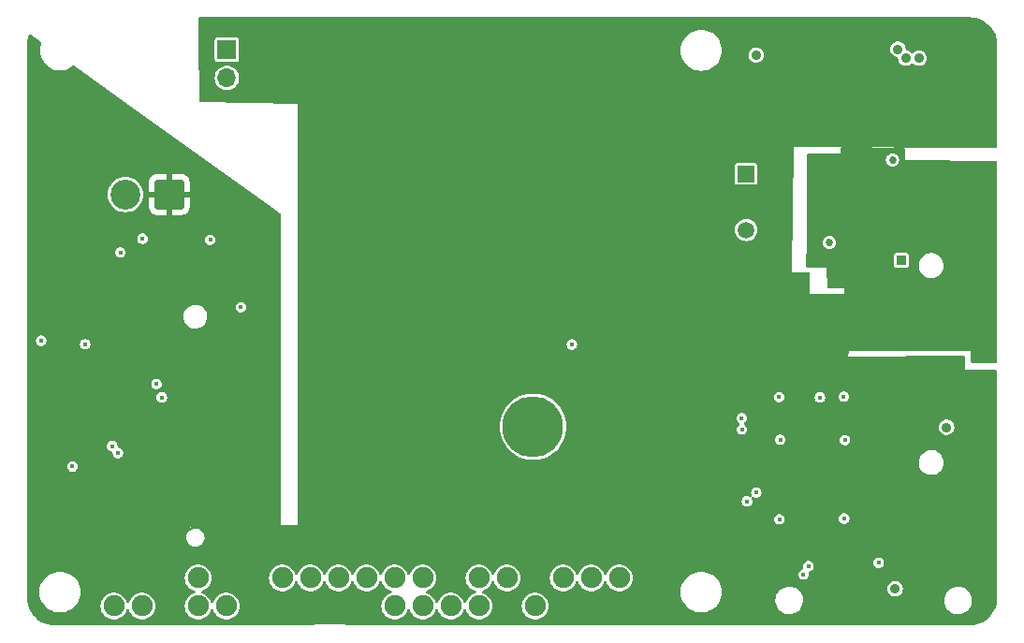
<source format=gbr>
%TF.GenerationSoftware,KiCad,Pcbnew,7.0.10*%
%TF.CreationDate,2024-12-22T17:19:54-08:00*%
%TF.ProjectId,mainbox2.1,6d61696e-626f-4783-922e-312e6b696361,rev?*%
%TF.SameCoordinates,Original*%
%TF.FileFunction,Copper,L2,Inr*%
%TF.FilePolarity,Positive*%
%FSLAX46Y46*%
G04 Gerber Fmt 4.6, Leading zero omitted, Abs format (unit mm)*
G04 Created by KiCad (PCBNEW 7.0.10) date 2024-12-22 17:19:54*
%MOMM*%
%LPD*%
G01*
G04 APERTURE LIST*
G04 Aperture macros list*
%AMRoundRect*
0 Rectangle with rounded corners*
0 $1 Rounding radius*
0 $2 $3 $4 $5 $6 $7 $8 $9 X,Y pos of 4 corners*
0 Add a 4 corners polygon primitive as box body*
4,1,4,$2,$3,$4,$5,$6,$7,$8,$9,$2,$3,0*
0 Add four circle primitives for the rounded corners*
1,1,$1+$1,$2,$3*
1,1,$1+$1,$4,$5*
1,1,$1+$1,$6,$7*
1,1,$1+$1,$8,$9*
0 Add four rect primitives between the rounded corners*
20,1,$1+$1,$2,$3,$4,$5,0*
20,1,$1+$1,$4,$5,$6,$7,0*
20,1,$1+$1,$6,$7,$8,$9,0*
20,1,$1+$1,$8,$9,$2,$3,0*%
G04 Aperture macros list end*
%TA.AperFunction,ComponentPad*%
%ADD10C,5.500000*%
%TD*%
%TA.AperFunction,ComponentPad*%
%ADD11R,1.700000X1.700000*%
%TD*%
%TA.AperFunction,ComponentPad*%
%ADD12O,1.700000X1.700000*%
%TD*%
%TA.AperFunction,ComponentPad*%
%ADD13R,1.508000X1.508000*%
%TD*%
%TA.AperFunction,ComponentPad*%
%ADD14C,1.508000*%
%TD*%
%TA.AperFunction,ComponentPad*%
%ADD15R,0.850000X0.850000*%
%TD*%
%TA.AperFunction,ComponentPad*%
%ADD16RoundRect,0.250001X1.099999X1.099999X-1.099999X1.099999X-1.099999X-1.099999X1.099999X-1.099999X0*%
%TD*%
%TA.AperFunction,ComponentPad*%
%ADD17C,2.700000*%
%TD*%
%TA.AperFunction,ComponentPad*%
%ADD18C,1.900000*%
%TD*%
%TA.AperFunction,ViaPad*%
%ADD19C,0.450000*%
%TD*%
%TA.AperFunction,ViaPad*%
%ADD20C,0.889000*%
%TD*%
%TA.AperFunction,ViaPad*%
%ADD21C,0.685800*%
%TD*%
G04 APERTURE END LIST*
D10*
%TO.N,N/C*%
%TO.C,U$1*%
X107962500Y-99170000D03*
%TD*%
D11*
%TO.N,Net-(IC2-DIO6{slash}~{RTS})*%
%TO.C,J7*%
X80264000Y-65074800D03*
D12*
%TO.N,Net-(IC2-DIO9{slash}ON{slash}~{SLEEP})*%
X80264000Y-67614800D03*
%TD*%
D13*
%TO.N,Net-(PS1-+VIN)*%
%TO.C,PS1*%
X127240000Y-76280000D03*
D14*
%TO.N,GNDA*%
X127240000Y-78820000D03*
%TO.N,3V3_XBEE*%
X127240000Y-81360000D03*
%TD*%
D15*
%TO.N,AIN4*%
%TO.C,J4*%
X141276000Y-84120000D03*
%TD*%
D16*
%TO.N,GNDA*%
%TO.C,J6*%
X75050000Y-78150000D03*
D17*
%TO.N,5.2V*%
X71090000Y-78150000D03*
%TD*%
D18*
%TO.N,5.2V*%
%TO.C,J10*%
X70046000Y-115380000D03*
X72586000Y-115380000D03*
%TO.N,GNDA*%
X75126000Y-115380000D03*
%TO.N,STEERING_WHEEL_PORT_TXD*%
X77666000Y-112840000D03*
%TO.N,Net-(J10-Pin_8)*%
X77666000Y-115380000D03*
%TO.N,GNDA*%
X80206000Y-112840000D03*
%TO.N,Net-(J10-Pin_10)*%
X80206000Y-115380000D03*
%TO.N,DIGITAL_OUTPUT_4*%
X85286000Y-112840000D03*
%TO.N,GNDA*%
X85286000Y-115380000D03*
%TO.N,DIGITAL_OUTPUT_3*%
X87826000Y-112840000D03*
%TO.N,3V3*%
X90366000Y-112840000D03*
%TO.N,ADC_SPI_DIN*%
X92906000Y-112840000D03*
%TO.N,GNDA*%
X92906000Y-115380000D03*
%TO.N,ADC_SPI_DOUT*%
X95446000Y-112840000D03*
%TO.N,DIGITAL_OUTPUT_2*%
X95446000Y-115380000D03*
%TO.N,SCLK*%
X97986000Y-112840000D03*
%TO.N,RPi_SPI_CS*%
X97986000Y-115380000D03*
%TO.N,GNDA*%
X100526000Y-112840000D03*
%TO.N,DIGITAL_OUTPUT_1*%
X100526000Y-115380000D03*
%TO.N,POWER_BOARD_PORT_TXD*%
X103066000Y-112840000D03*
%TO.N,POWER_BOARD_PORT_RXD*%
X103066000Y-115380000D03*
%TO.N,STEERING_WHEEL_PORT_RXD*%
X105606000Y-112840000D03*
%TO.N,GNDA*%
X105606000Y-115380000D03*
%TO.N,NAVOUT*%
X108146000Y-115380000D03*
%TO.N,NAVIN*%
X110686000Y-112840000D03*
%TO.N,GNDA*%
X110686000Y-115380000D03*
%TO.N,IN2(3.3V)*%
X113226000Y-112840000D03*
%TO.N,IN1(3.3V)*%
X115766000Y-112840000D03*
%TD*%
D19*
%TO.N,GNDA*%
X95770000Y-106480000D03*
X104020000Y-99010000D03*
X104190000Y-95610000D03*
X101030000Y-98680000D03*
X98140000Y-101400000D03*
X104070000Y-100610000D03*
X104820000Y-104710000D03*
X100620000Y-103740000D03*
X105190000Y-108710000D03*
X63280000Y-105730000D03*
X149250000Y-111370000D03*
X62720000Y-67020000D03*
X126760000Y-103870000D03*
X142150000Y-69980000D03*
X142770000Y-79440000D03*
X66030000Y-79220000D03*
X128740000Y-89010000D03*
X110520000Y-110040000D03*
X70930000Y-103490000D03*
X120070000Y-116030000D03*
X92690000Y-78640000D03*
X76900000Y-81110000D03*
X67420000Y-84410000D03*
X116690000Y-115040000D03*
X66360000Y-67790000D03*
X65740000Y-82700000D03*
X133440000Y-93310000D03*
X73350000Y-94470000D03*
X126580000Y-63270000D03*
X122170000Y-78740000D03*
X70160000Y-90470000D03*
X137860000Y-106660000D03*
X66680000Y-109340000D03*
X74980000Y-87300000D03*
X135700000Y-81980000D03*
X77600000Y-91400000D03*
X78930000Y-79160000D03*
X66250000Y-107510000D03*
X70410000Y-109530000D03*
X63040000Y-69720000D03*
X122720000Y-95880000D03*
X90480000Y-88120000D03*
X145530000Y-104870000D03*
X113300000Y-69360000D03*
X98820000Y-75510000D03*
X77590000Y-96520000D03*
X135420000Y-84710000D03*
X70350000Y-108490000D03*
X84190000Y-94490000D03*
X84360000Y-90590000D03*
X114350000Y-82330000D03*
X84460000Y-85110000D03*
X83870000Y-104810000D03*
D20*
X141980000Y-108000000D03*
D19*
X138040000Y-101270000D03*
X119110000Y-112130000D03*
X132310000Y-94190000D03*
X94770000Y-110540000D03*
X113540000Y-114750000D03*
X122240000Y-83290000D03*
X71030000Y-100450000D03*
X118210000Y-82630000D03*
X70900000Y-107960000D03*
D20*
X146376000Y-100520000D03*
D19*
X99120000Y-98650000D03*
X135810000Y-104660000D03*
X76190000Y-113050000D03*
X145130000Y-116490000D03*
X146630000Y-69140000D03*
X75150000Y-101950000D03*
D20*
X129480000Y-67050000D03*
D19*
X135800000Y-99230000D03*
X72920000Y-71860000D03*
D20*
X134476000Y-65620000D03*
D19*
X94820000Y-102920000D03*
X89530000Y-107970000D03*
X139140000Y-63580000D03*
X69220000Y-97440000D03*
X115650000Y-88480000D03*
X62850000Y-99840000D03*
X66420000Y-72230000D03*
X87530000Y-115660000D03*
X94530000Y-74250000D03*
X74750000Y-107320000D03*
X108680000Y-68270000D03*
X116580000Y-96380000D03*
X125350000Y-110570000D03*
X84380000Y-87200000D03*
X62990000Y-72380000D03*
X62610000Y-86150000D03*
X84110000Y-97520000D03*
X137850000Y-97390000D03*
X142660000Y-80400000D03*
X91180000Y-63040000D03*
X99320000Y-107360000D03*
X97440000Y-79360000D03*
X70370000Y-88840000D03*
X75290000Y-91440000D03*
X116830000Y-73860000D03*
X110050000Y-107260000D03*
X80890000Y-92650000D03*
X89310000Y-88060000D03*
X133750000Y-77970000D03*
X115630000Y-104040000D03*
X128530000Y-101260000D03*
X104300000Y-76170000D03*
D20*
X148876000Y-84920000D03*
X138860000Y-75770000D03*
D19*
X101880000Y-106380000D03*
X125300000Y-83590000D03*
X131260000Y-94260000D03*
X139480000Y-83060000D03*
X132250000Y-95490000D03*
X121240000Y-103760000D03*
X92100000Y-105680000D03*
D20*
X129390000Y-68250000D03*
D19*
X71010000Y-101940000D03*
X68570000Y-69000000D03*
X77790000Y-104900000D03*
X72920000Y-74910000D03*
X149280000Y-102870000D03*
X118860000Y-69940000D03*
X62990000Y-83150000D03*
X82330000Y-115510000D03*
X133630000Y-76710000D03*
X129560000Y-84180000D03*
X111660000Y-88340000D03*
X133048389Y-84088721D03*
X82910000Y-106690000D03*
X69140000Y-101960000D03*
X134540000Y-70790000D03*
X96280000Y-70290000D03*
X74220000Y-81050000D03*
X80980000Y-77970000D03*
X130560000Y-99300000D03*
X76980000Y-74990000D03*
X68330000Y-81240000D03*
X117220000Y-106660000D03*
X139430000Y-84040000D03*
X119550000Y-66840000D03*
X112550000Y-64660000D03*
X69370000Y-83500000D03*
X110500000Y-76170000D03*
X68540000Y-110120000D03*
X77590000Y-98970000D03*
X90180000Y-73690000D03*
D20*
X89310000Y-86770000D03*
D19*
X73390000Y-96270000D03*
X128580000Y-86430000D03*
X84020000Y-102650000D03*
X128470000Y-97450000D03*
X75380000Y-73620000D03*
X144260000Y-80710000D03*
X135880000Y-103110000D03*
X66530000Y-75890000D03*
X91690000Y-88140000D03*
X132120000Y-65080000D03*
X83340000Y-79800000D03*
X137190000Y-94970000D03*
X70990000Y-90960000D03*
X142990000Y-77270000D03*
X69190000Y-98960000D03*
X116070000Y-77720000D03*
X122710000Y-107360000D03*
X84420000Y-89460000D03*
X106110000Y-71320000D03*
X72920000Y-86030000D03*
X107420000Y-106800000D03*
X78410000Y-86420000D03*
X70950000Y-89940000D03*
D20*
X144676000Y-65620000D03*
D19*
X102480000Y-79920000D03*
X101610000Y-111240000D03*
X136020000Y-84740000D03*
X90970000Y-70200000D03*
X101230000Y-70820000D03*
X132960000Y-83470000D03*
X129180000Y-93380000D03*
X91530000Y-110950000D03*
X108190000Y-80160000D03*
X70980000Y-105000000D03*
X107290000Y-109810000D03*
X100690000Y-97040000D03*
X63010000Y-96910000D03*
X63040000Y-74910000D03*
X130010000Y-72090000D03*
X74480000Y-111770000D03*
X149350000Y-107350000D03*
X140900000Y-103500000D03*
X128460000Y-106660000D03*
X62830000Y-77920000D03*
X110960000Y-72370000D03*
X126760000Y-107740000D03*
X122100000Y-73190000D03*
X77730000Y-101830000D03*
X137200000Y-93740000D03*
X127330000Y-112900000D03*
X65500000Y-69850000D03*
X96960000Y-100580000D03*
D21*
X145176000Y-77720000D03*
D19*
X140870000Y-71140000D03*
X112730000Y-105260000D03*
X70990000Y-98960000D03*
X74900000Y-104710000D03*
X65130000Y-85220000D03*
X117950000Y-100400000D03*
X70220000Y-73710000D03*
X108470000Y-111950000D03*
X84090000Y-100440000D03*
X98880000Y-109450000D03*
X133520000Y-68630000D03*
X113680000Y-101040000D03*
X110660000Y-103550000D03*
X138220000Y-71040000D03*
X140160000Y-67790000D03*
X136760000Y-65930000D03*
X149250000Y-115100000D03*
X84210000Y-91690000D03*
X71950000Y-86060000D03*
X62990000Y-80580000D03*
X138630000Y-84870000D03*
X128910000Y-73920000D03*
X84650000Y-81500000D03*
X63470000Y-88540000D03*
X147100000Y-71440000D03*
X71010000Y-97450000D03*
X67000000Y-87290000D03*
X129590000Y-116200000D03*
X62730000Y-93450000D03*
X75610000Y-96120000D03*
X125500000Y-94310000D03*
X64840000Y-98040000D03*
X69200000Y-100460000D03*
X130580000Y-104720000D03*
X117270000Y-62960000D03*
X148860000Y-65560000D03*
X131290000Y-89410000D03*
X134700000Y-93340000D03*
X130520000Y-103190000D03*
X64870000Y-101770000D03*
X70720000Y-70330000D03*
X92850000Y-88140000D03*
X90000000Y-115460000D03*
X76040000Y-85920000D03*
X111630000Y-96870000D03*
X88430000Y-77550000D03*
X124470000Y-100850000D03*
X136670000Y-67460000D03*
X75320000Y-98980000D03*
X70950000Y-106480000D03*
X73750000Y-84720000D03*
X78950000Y-76560000D03*
X77980000Y-107240000D03*
%TO.N,3V3*%
X130220000Y-96480000D03*
X111480000Y-91730000D03*
X130250000Y-107540000D03*
X133910000Y-96520000D03*
X130320000Y-100340000D03*
D21*
%TO.N,5VADC{slash}SENSOR*%
X134776000Y-82520000D03*
X140476000Y-75020000D03*
D20*
%TO.N,5.2V*%
X142876000Y-65820000D03*
X140976000Y-65020000D03*
X145376000Y-99220000D03*
D19*
X136100000Y-107470000D03*
D20*
X140720000Y-113840000D03*
D19*
X136180000Y-100370000D03*
D20*
X141676000Y-65820000D03*
X128150000Y-65540000D03*
D19*
X136070000Y-96440000D03*
%TO.N,VCC3V3*%
X81540000Y-88360000D03*
%TO.N,IN2(3.3V)*%
X128160000Y-105120000D03*
%TO.N,IN1(3.3V)*%
X127320000Y-105910000D03*
%TO.N,DIGITAL_OUTPUT_3*%
X126860000Y-99410000D03*
%TO.N,DIGITAL_OUTPUT_4*%
X126830000Y-98390000D03*
%TO.N,POWER_BOARD_PORT_RXD*%
X132430000Y-112540000D03*
%TO.N,POWER_BOARD_PORT_TXD*%
X132880000Y-111780000D03*
%TO.N,STEERING_WHEEL_PORT_TXD*%
X139230000Y-111470000D03*
%TO.N,PCIE_PWR_EN*%
X78760000Y-82260000D03*
X63470000Y-91390000D03*
%TO.N,3V3_PG*%
X67450000Y-91700000D03*
X72630000Y-82150000D03*
%TO.N,PCIE CLK-*%
X70410000Y-101540000D03*
X74380000Y-96510000D03*
%TO.N,PCIE CLK+*%
X69896051Y-100921732D03*
X73900000Y-95300000D03*
%TO.N,5V PCIE*%
X70640000Y-83400000D03*
X66300000Y-102760000D03*
%TD*%
%TA.AperFunction,Conductor*%
%TO.N,GNDA*%
G36*
X147388791Y-62120501D02*
G01*
X147450933Y-62120500D01*
X147458419Y-62120725D01*
X147748483Y-62138269D01*
X147763341Y-62140073D01*
X148045489Y-62191778D01*
X148059999Y-62195353D01*
X148333865Y-62280691D01*
X148347862Y-62286000D01*
X148609426Y-62403719D01*
X148622685Y-62410678D01*
X148868150Y-62559066D01*
X148880473Y-62567572D01*
X149106262Y-62744464D01*
X149117470Y-62754393D01*
X149320295Y-62957216D01*
X149330225Y-62968425D01*
X149507119Y-63194212D01*
X149515623Y-63206532D01*
X149656330Y-63439290D01*
X149664016Y-63452003D01*
X149670974Y-63465261D01*
X149788694Y-63726822D01*
X149793999Y-63740810D01*
X149871287Y-63988834D01*
X149879335Y-64014661D01*
X149882918Y-64029199D01*
X149934623Y-64311338D01*
X149936428Y-64326203D01*
X149953954Y-64615932D01*
X149954180Y-64623419D01*
X149954180Y-73809417D01*
X149934495Y-73876456D01*
X149881691Y-73922211D01*
X149829547Y-73933415D01*
X131519999Y-73839999D01*
X131374000Y-85239999D01*
X131374000Y-85240000D01*
X132889150Y-85221522D01*
X132956422Y-85240388D01*
X133002818Y-85292630D01*
X133014658Y-85344859D01*
X133024025Y-87119999D01*
X133024026Y-87120000D01*
X130716000Y-87120000D01*
X130576000Y-93420000D01*
X136476000Y-93520000D01*
X136492073Y-92785229D01*
X146895467Y-92740535D01*
X146962591Y-92759932D01*
X147008572Y-92812538D01*
X147020000Y-92864534D01*
X147020000Y-94040000D01*
X149830180Y-94040000D01*
X149897219Y-94059685D01*
X149942974Y-94112489D01*
X149954180Y-94164000D01*
X149954180Y-114546507D01*
X149954178Y-114546541D01*
X149954179Y-114616271D01*
X149953953Y-114623756D01*
X149936417Y-114913813D01*
X149934613Y-114928678D01*
X149882916Y-115210827D01*
X149879332Y-115225366D01*
X149794009Y-115499203D01*
X149788700Y-115513205D01*
X149670980Y-115774783D01*
X149664021Y-115788042D01*
X149515638Y-116033508D01*
X149507132Y-116045832D01*
X149330234Y-116271633D01*
X149320305Y-116282841D01*
X149117490Y-116485662D01*
X149106281Y-116495592D01*
X148880487Y-116672493D01*
X148868164Y-116680999D01*
X148622698Y-116829392D01*
X148609439Y-116836351D01*
X148347872Y-116954074D01*
X148333870Y-116959384D01*
X148060027Y-117044717D01*
X148045488Y-117048301D01*
X147763348Y-117100004D01*
X147748483Y-117101809D01*
X147459743Y-117119273D01*
X147452257Y-117119499D01*
X147381197Y-117119499D01*
X147381181Y-117119500D01*
X93754287Y-117119500D01*
X93753372Y-117119497D01*
X88194930Y-117078467D01*
X88289576Y-113947846D01*
X88363401Y-113919247D01*
X88552562Y-113802124D01*
X88716981Y-113652236D01*
X88851058Y-113474689D01*
X88950229Y-113275528D01*
X88976734Y-113182371D01*
X89014013Y-113123278D01*
X89077323Y-113093721D01*
X89146562Y-113103083D01*
X89199749Y-113148393D01*
X89215266Y-113182372D01*
X89241769Y-113275523D01*
X89241775Y-113275538D01*
X89340938Y-113474683D01*
X89340943Y-113474691D01*
X89475020Y-113652238D01*
X89639437Y-113802123D01*
X89639439Y-113802125D01*
X89828595Y-113919245D01*
X89828596Y-113919245D01*
X89828599Y-113919247D01*
X90036060Y-113999618D01*
X90254757Y-114040500D01*
X90254759Y-114040500D01*
X90477241Y-114040500D01*
X90477243Y-114040500D01*
X90695940Y-113999618D01*
X90903401Y-113919247D01*
X91092562Y-113802124D01*
X91256981Y-113652236D01*
X91391058Y-113474689D01*
X91490229Y-113275528D01*
X91516734Y-113182371D01*
X91554013Y-113123278D01*
X91617323Y-113093721D01*
X91686562Y-113103083D01*
X91739749Y-113148393D01*
X91755266Y-113182372D01*
X91781769Y-113275523D01*
X91781775Y-113275538D01*
X91880938Y-113474683D01*
X91880943Y-113474691D01*
X92015020Y-113652238D01*
X92179437Y-113802123D01*
X92179439Y-113802125D01*
X92368595Y-113919245D01*
X92368596Y-113919245D01*
X92368599Y-113919247D01*
X92576060Y-113999618D01*
X92794757Y-114040500D01*
X92794759Y-114040500D01*
X93017241Y-114040500D01*
X93017243Y-114040500D01*
X93235940Y-113999618D01*
X93443401Y-113919247D01*
X93632562Y-113802124D01*
X93796981Y-113652236D01*
X93931058Y-113474689D01*
X94030229Y-113275528D01*
X94056734Y-113182371D01*
X94094013Y-113123278D01*
X94157323Y-113093721D01*
X94226562Y-113103083D01*
X94279749Y-113148393D01*
X94295266Y-113182372D01*
X94321769Y-113275523D01*
X94321775Y-113275538D01*
X94420938Y-113474683D01*
X94420943Y-113474691D01*
X94555020Y-113652238D01*
X94719437Y-113802123D01*
X94719439Y-113802125D01*
X94908595Y-113919245D01*
X94908596Y-113919245D01*
X94908599Y-113919247D01*
X95102524Y-113994374D01*
X95157924Y-114036946D01*
X95181515Y-114102713D01*
X95165804Y-114170793D01*
X95115780Y-114219572D01*
X95102533Y-114225622D01*
X94974990Y-114275033D01*
X94908601Y-114300752D01*
X94908595Y-114300754D01*
X94719439Y-114417874D01*
X94719437Y-114417876D01*
X94555020Y-114567761D01*
X94420943Y-114745308D01*
X94420938Y-114745316D01*
X94321775Y-114944461D01*
X94321769Y-114944476D01*
X94260885Y-115158462D01*
X94260884Y-115158464D01*
X94240357Y-115379999D01*
X94240357Y-115380000D01*
X94260884Y-115601535D01*
X94260885Y-115601537D01*
X94321769Y-115815523D01*
X94321775Y-115815538D01*
X94420938Y-116014683D01*
X94420943Y-116014691D01*
X94555020Y-116192238D01*
X94719437Y-116342123D01*
X94719439Y-116342125D01*
X94908595Y-116459245D01*
X94908596Y-116459245D01*
X94908599Y-116459247D01*
X95116060Y-116539618D01*
X95334757Y-116580500D01*
X95334759Y-116580500D01*
X95557241Y-116580500D01*
X95557243Y-116580500D01*
X95775940Y-116539618D01*
X95983401Y-116459247D01*
X96172562Y-116342124D01*
X96336981Y-116192236D01*
X96471058Y-116014689D01*
X96570229Y-115815528D01*
X96596734Y-115722371D01*
X96634013Y-115663278D01*
X96697323Y-115633721D01*
X96766562Y-115643083D01*
X96819749Y-115688393D01*
X96835265Y-115722370D01*
X96839617Y-115737666D01*
X96861769Y-115815523D01*
X96861775Y-115815538D01*
X96960938Y-116014683D01*
X96960943Y-116014691D01*
X97095020Y-116192238D01*
X97259437Y-116342123D01*
X97259439Y-116342125D01*
X97448595Y-116459245D01*
X97448596Y-116459245D01*
X97448599Y-116459247D01*
X97656060Y-116539618D01*
X97874757Y-116580500D01*
X97874759Y-116580500D01*
X98097241Y-116580500D01*
X98097243Y-116580500D01*
X98315940Y-116539618D01*
X98523401Y-116459247D01*
X98712562Y-116342124D01*
X98876981Y-116192236D01*
X99011058Y-116014689D01*
X99110229Y-115815528D01*
X99136734Y-115722371D01*
X99174013Y-115663278D01*
X99237323Y-115633721D01*
X99306562Y-115643083D01*
X99359749Y-115688393D01*
X99375265Y-115722370D01*
X99379617Y-115737666D01*
X99401769Y-115815523D01*
X99401775Y-115815538D01*
X99500938Y-116014683D01*
X99500943Y-116014691D01*
X99635020Y-116192238D01*
X99799437Y-116342123D01*
X99799439Y-116342125D01*
X99988595Y-116459245D01*
X99988596Y-116459245D01*
X99988599Y-116459247D01*
X100196060Y-116539618D01*
X100414757Y-116580500D01*
X100414759Y-116580500D01*
X100637241Y-116580500D01*
X100637243Y-116580500D01*
X100855940Y-116539618D01*
X101063401Y-116459247D01*
X101252562Y-116342124D01*
X101416981Y-116192236D01*
X101551058Y-116014689D01*
X101650229Y-115815528D01*
X101676734Y-115722371D01*
X101714013Y-115663278D01*
X101777323Y-115633721D01*
X101846562Y-115643083D01*
X101899749Y-115688393D01*
X101915265Y-115722370D01*
X101919617Y-115737666D01*
X101941769Y-115815523D01*
X101941775Y-115815538D01*
X102040938Y-116014683D01*
X102040943Y-116014691D01*
X102175020Y-116192238D01*
X102339437Y-116342123D01*
X102339439Y-116342125D01*
X102528595Y-116459245D01*
X102528596Y-116459245D01*
X102528599Y-116459247D01*
X102736060Y-116539618D01*
X102954757Y-116580500D01*
X102954759Y-116580500D01*
X103177241Y-116580500D01*
X103177243Y-116580500D01*
X103395940Y-116539618D01*
X103603401Y-116459247D01*
X103792562Y-116342124D01*
X103956981Y-116192236D01*
X104091058Y-116014689D01*
X104190229Y-115815528D01*
X104251115Y-115601536D01*
X104271643Y-115380000D01*
X106940357Y-115380000D01*
X106960884Y-115601535D01*
X106960885Y-115601537D01*
X107021769Y-115815523D01*
X107021775Y-115815538D01*
X107120938Y-116014683D01*
X107120943Y-116014691D01*
X107255020Y-116192238D01*
X107419437Y-116342123D01*
X107419439Y-116342125D01*
X107608595Y-116459245D01*
X107608596Y-116459245D01*
X107608599Y-116459247D01*
X107816060Y-116539618D01*
X108034757Y-116580500D01*
X108034759Y-116580500D01*
X108257241Y-116580500D01*
X108257243Y-116580500D01*
X108475940Y-116539618D01*
X108683401Y-116459247D01*
X108872562Y-116342124D01*
X109036981Y-116192236D01*
X109171058Y-116014689D01*
X109270229Y-115815528D01*
X109331115Y-115601536D01*
X109351643Y-115380000D01*
X109331115Y-115158464D01*
X109270229Y-114944472D01*
X109270224Y-114944461D01*
X109171061Y-114745316D01*
X109171056Y-114745308D01*
X109036979Y-114567761D01*
X108872562Y-114417876D01*
X108872560Y-114417874D01*
X108683404Y-114300754D01*
X108683398Y-114300752D01*
X108683393Y-114300750D01*
X108475940Y-114220382D01*
X108257243Y-114179500D01*
X108034757Y-114179500D01*
X107816060Y-114220382D01*
X107684864Y-114271207D01*
X107608601Y-114300752D01*
X107608595Y-114300754D01*
X107419439Y-114417874D01*
X107419437Y-114417876D01*
X107255020Y-114567761D01*
X107120943Y-114745308D01*
X107120938Y-114745316D01*
X107021775Y-114944461D01*
X107021769Y-114944476D01*
X106960885Y-115158462D01*
X106960884Y-115158464D01*
X106940357Y-115379999D01*
X106940357Y-115380000D01*
X104271643Y-115380000D01*
X104251115Y-115158464D01*
X104190229Y-114944472D01*
X104190224Y-114944461D01*
X104091061Y-114745316D01*
X104091056Y-114745308D01*
X103956979Y-114567761D01*
X103792562Y-114417876D01*
X103792560Y-114417874D01*
X103603404Y-114300754D01*
X103603395Y-114300750D01*
X103509956Y-114264552D01*
X103409475Y-114225625D01*
X103354075Y-114183054D01*
X103331457Y-114120001D01*
X121320773Y-114120001D01*
X121339657Y-114384027D01*
X121339658Y-114384034D01*
X121395921Y-114642673D01*
X121488426Y-114890690D01*
X121488428Y-114890694D01*
X121615280Y-115123005D01*
X121615285Y-115123013D01*
X121773906Y-115334907D01*
X121773922Y-115334925D01*
X121961074Y-115522077D01*
X121961092Y-115522093D01*
X122172986Y-115680714D01*
X122172994Y-115680719D01*
X122405305Y-115807571D01*
X122405309Y-115807573D01*
X122405311Y-115807574D01*
X122653322Y-115900077D01*
X122653325Y-115900077D01*
X122653326Y-115900078D01*
X122848552Y-115942546D01*
X122911974Y-115956343D01*
X123155660Y-115973772D01*
X123175999Y-115975227D01*
X123176000Y-115975227D01*
X123176001Y-115975227D01*
X123194885Y-115973876D01*
X123440026Y-115956343D01*
X123698678Y-115900077D01*
X123946689Y-115807574D01*
X124179011Y-115680716D01*
X124390915Y-115522087D01*
X124578087Y-115334915D01*
X124736716Y-115123011D01*
X124844112Y-114926330D01*
X129881710Y-114926330D01*
X129911925Y-115149387D01*
X129911926Y-115149390D01*
X129981483Y-115363465D01*
X130088146Y-115561678D01*
X130088148Y-115561681D01*
X130228489Y-115737663D01*
X130228491Y-115737664D01*
X130228492Y-115737666D01*
X130398004Y-115885765D01*
X130591236Y-116001215D01*
X130801976Y-116080307D01*
X131023450Y-116120500D01*
X131023453Y-116120500D01*
X131192148Y-116120500D01*
X131192155Y-116120500D01*
X131360188Y-116105377D01*
X131360192Y-116105376D01*
X131577160Y-116045496D01*
X131577162Y-116045495D01*
X131577170Y-116045493D01*
X131779973Y-115947829D01*
X131962078Y-115815522D01*
X132117632Y-115652825D01*
X132241635Y-115464968D01*
X132330103Y-115257988D01*
X132380191Y-115038537D01*
X132385230Y-114926330D01*
X145161710Y-114926330D01*
X145191925Y-115149387D01*
X145191926Y-115149390D01*
X145261483Y-115363465D01*
X145368146Y-115561678D01*
X145368148Y-115561681D01*
X145508489Y-115737663D01*
X145508491Y-115737664D01*
X145508492Y-115737666D01*
X145678004Y-115885765D01*
X145871236Y-116001215D01*
X146081976Y-116080307D01*
X146303450Y-116120500D01*
X146303453Y-116120500D01*
X146472148Y-116120500D01*
X146472155Y-116120500D01*
X146640188Y-116105377D01*
X146640192Y-116105376D01*
X146857160Y-116045496D01*
X146857162Y-116045495D01*
X146857170Y-116045493D01*
X147059973Y-115947829D01*
X147242078Y-115815522D01*
X147397632Y-115652825D01*
X147521635Y-115464968D01*
X147610103Y-115257988D01*
X147660191Y-115038537D01*
X147670290Y-114813670D01*
X147640075Y-114590613D01*
X147570517Y-114376536D01*
X147463852Y-114178319D01*
X147353945Y-114040500D01*
X147323510Y-114002336D01*
X147314396Y-113994373D01*
X147153996Y-113854235D01*
X146960764Y-113738785D01*
X146842775Y-113694503D01*
X146750023Y-113659692D01*
X146528550Y-113619500D01*
X146528547Y-113619500D01*
X146359845Y-113619500D01*
X146321399Y-113622960D01*
X146191813Y-113634622D01*
X146191807Y-113634623D01*
X145974839Y-113694503D01*
X145974826Y-113694508D01*
X145772033Y-113792167D01*
X145772025Y-113792171D01*
X145589927Y-113924473D01*
X145589925Y-113924474D01*
X145434366Y-114087176D01*
X145310363Y-114275033D01*
X145221899Y-114482004D01*
X145221895Y-114482017D01*
X145171810Y-114701457D01*
X145171808Y-114701468D01*
X145161710Y-114926325D01*
X145161710Y-114926330D01*
X132385230Y-114926330D01*
X132390290Y-114813670D01*
X132360075Y-114590613D01*
X132290517Y-114376536D01*
X132183852Y-114178319D01*
X132073945Y-114040500D01*
X132043510Y-114002336D01*
X132034396Y-113994373D01*
X131873996Y-113854235D01*
X131850170Y-113840000D01*
X140019895Y-113840000D01*
X140040238Y-114007544D01*
X140040239Y-114007549D01*
X140100088Y-114165355D01*
X140195964Y-114304255D01*
X140195966Y-114304257D01*
X140195968Y-114304259D01*
X140322292Y-114416173D01*
X140322295Y-114416175D01*
X140471739Y-114494610D01*
X140594643Y-114524902D01*
X140635611Y-114535000D01*
X140635612Y-114535000D01*
X140804388Y-114535000D01*
X140968261Y-114494610D01*
X141117705Y-114416175D01*
X141244036Y-114304255D01*
X141339912Y-114165355D01*
X141399761Y-114007546D01*
X141420105Y-113840000D01*
X141399761Y-113672454D01*
X141399760Y-113672452D01*
X141399760Y-113672450D01*
X141371267Y-113597322D01*
X141339912Y-113514645D01*
X141244036Y-113375745D01*
X141244033Y-113375742D01*
X141244031Y-113375740D01*
X141117707Y-113263826D01*
X141117704Y-113263824D01*
X141072604Y-113240154D01*
X140968261Y-113185390D01*
X140956016Y-113182372D01*
X140804389Y-113145000D01*
X140804388Y-113145000D01*
X140635612Y-113145000D01*
X140635611Y-113145000D01*
X140471742Y-113185389D01*
X140471741Y-113185389D01*
X140471739Y-113185390D01*
X140417209Y-113214009D01*
X140322295Y-113263824D01*
X140322292Y-113263826D01*
X140195968Y-113375740D01*
X140195962Y-113375747D01*
X140100089Y-113514643D01*
X140100088Y-113514644D01*
X140040239Y-113672450D01*
X140040238Y-113672455D01*
X140019895Y-113840000D01*
X131850170Y-113840000D01*
X131680764Y-113738785D01*
X131562775Y-113694503D01*
X131470023Y-113659692D01*
X131248550Y-113619500D01*
X131248547Y-113619500D01*
X131079845Y-113619500D01*
X131041399Y-113622960D01*
X130911813Y-113634622D01*
X130911807Y-113634623D01*
X130694839Y-113694503D01*
X130694826Y-113694508D01*
X130492033Y-113792167D01*
X130492025Y-113792171D01*
X130309927Y-113924473D01*
X130309925Y-113924474D01*
X130154366Y-114087176D01*
X130030363Y-114275033D01*
X129941899Y-114482004D01*
X129941895Y-114482017D01*
X129891810Y-114701457D01*
X129891808Y-114701468D01*
X129881710Y-114926325D01*
X129881710Y-114926330D01*
X124844112Y-114926330D01*
X124863574Y-114890689D01*
X124956077Y-114642678D01*
X125012343Y-114384026D01*
X125031227Y-114120000D01*
X125012343Y-113855974D01*
X124956077Y-113597322D01*
X124863574Y-113349311D01*
X124823285Y-113275528D01*
X124736719Y-113116994D01*
X124736714Y-113116986D01*
X124578093Y-112905092D01*
X124578077Y-112905074D01*
X124390925Y-112717922D01*
X124390907Y-112717906D01*
X124179013Y-112559285D01*
X124179005Y-112559280D01*
X124143696Y-112540000D01*
X131949610Y-112540000D01*
X131969068Y-112675337D01*
X131969070Y-112675345D01*
X132025867Y-112799714D01*
X132025872Y-112799721D01*
X132115409Y-112903053D01*
X132115413Y-112903057D01*
X132175979Y-112941979D01*
X132230439Y-112976978D01*
X132296036Y-112996239D01*
X132361632Y-113015500D01*
X132361633Y-113015500D01*
X132498367Y-113015500D01*
X132629561Y-112976978D01*
X132744589Y-112903055D01*
X132834130Y-112799718D01*
X132890931Y-112675342D01*
X132910390Y-112540000D01*
X132890931Y-112404658D01*
X132890930Y-112404656D01*
X132890105Y-112401846D01*
X132890104Y-112398911D01*
X132889669Y-112395880D01*
X132890104Y-112395817D01*
X132890103Y-112331976D01*
X132927875Y-112273197D01*
X132974145Y-112247930D01*
X133079558Y-112216979D01*
X133079559Y-112216979D01*
X133097708Y-112205316D01*
X133194589Y-112143055D01*
X133284130Y-112039718D01*
X133340931Y-111915342D01*
X133360390Y-111780000D01*
X133340931Y-111644658D01*
X133322974Y-111605337D01*
X133284132Y-111520285D01*
X133284127Y-111520278D01*
X133240561Y-111470000D01*
X138749610Y-111470000D01*
X138769068Y-111605337D01*
X138769070Y-111605345D01*
X138825867Y-111729714D01*
X138825872Y-111729721D01*
X138915409Y-111833053D01*
X138915413Y-111833057D01*
X138975979Y-111871979D01*
X139030439Y-111906978D01*
X139096036Y-111926239D01*
X139161632Y-111945500D01*
X139161633Y-111945500D01*
X139298367Y-111945500D01*
X139429561Y-111906978D01*
X139544589Y-111833055D01*
X139634130Y-111729718D01*
X139690931Y-111605342D01*
X139710390Y-111470000D01*
X139690931Y-111334658D01*
X139677158Y-111304500D01*
X139634132Y-111210285D01*
X139634127Y-111210278D01*
X139544590Y-111106946D01*
X139544586Y-111106942D01*
X139429559Y-111033021D01*
X139298368Y-110994500D01*
X139298367Y-110994500D01*
X139161633Y-110994500D01*
X139161632Y-110994500D01*
X139030440Y-111033021D01*
X138915413Y-111106942D01*
X138915409Y-111106946D01*
X138825872Y-111210278D01*
X138825867Y-111210285D01*
X138769070Y-111334654D01*
X138769068Y-111334662D01*
X138749610Y-111470000D01*
X133240561Y-111470000D01*
X133194590Y-111416946D01*
X133194586Y-111416942D01*
X133079559Y-111343021D01*
X132948368Y-111304500D01*
X132948367Y-111304500D01*
X132811633Y-111304500D01*
X132811632Y-111304500D01*
X132680440Y-111343021D01*
X132565413Y-111416942D01*
X132565409Y-111416946D01*
X132475872Y-111520278D01*
X132475867Y-111520285D01*
X132419070Y-111644654D01*
X132419068Y-111644662D01*
X132399610Y-111780000D01*
X132419069Y-111915343D01*
X132419896Y-111918160D01*
X132419895Y-111921093D01*
X132420331Y-111924120D01*
X132419895Y-111924182D01*
X132419894Y-111988030D01*
X132382118Y-112046807D01*
X132335853Y-112072069D01*
X132230440Y-112103020D01*
X132115413Y-112176942D01*
X132115409Y-112176946D01*
X132025872Y-112280278D01*
X132025867Y-112280285D01*
X131969070Y-112404654D01*
X131969068Y-112404662D01*
X131949610Y-112540000D01*
X124143696Y-112540000D01*
X123946694Y-112432428D01*
X123946690Y-112432426D01*
X123698673Y-112339921D01*
X123440034Y-112283658D01*
X123440027Y-112283657D01*
X123176001Y-112264773D01*
X123175999Y-112264773D01*
X122911972Y-112283657D01*
X122911965Y-112283658D01*
X122653326Y-112339921D01*
X122405309Y-112432426D01*
X122405305Y-112432428D01*
X122172994Y-112559280D01*
X122172986Y-112559285D01*
X121961092Y-112717906D01*
X121961074Y-112717922D01*
X121773922Y-112905074D01*
X121773906Y-112905092D01*
X121615285Y-113116986D01*
X121615280Y-113116994D01*
X121488428Y-113349305D01*
X121488426Y-113349309D01*
X121395921Y-113597326D01*
X121339658Y-113855965D01*
X121339657Y-113855972D01*
X121320773Y-114119998D01*
X121320773Y-114120001D01*
X103331457Y-114120001D01*
X103330484Y-114117288D01*
X103346195Y-114049207D01*
X103396219Y-114000428D01*
X103409466Y-113994377D01*
X103603401Y-113919247D01*
X103792562Y-113802124D01*
X103956981Y-113652236D01*
X104091058Y-113474689D01*
X104190229Y-113275528D01*
X104216734Y-113182371D01*
X104254013Y-113123278D01*
X104317323Y-113093721D01*
X104386562Y-113103083D01*
X104439749Y-113148393D01*
X104455266Y-113182372D01*
X104481769Y-113275523D01*
X104481775Y-113275538D01*
X104580938Y-113474683D01*
X104580943Y-113474691D01*
X104715020Y-113652238D01*
X104879437Y-113802123D01*
X104879439Y-113802125D01*
X105068595Y-113919245D01*
X105068596Y-113919245D01*
X105068599Y-113919247D01*
X105276060Y-113999618D01*
X105494757Y-114040500D01*
X105494759Y-114040500D01*
X105717241Y-114040500D01*
X105717243Y-114040500D01*
X105935940Y-113999618D01*
X106143401Y-113919247D01*
X106332562Y-113802124D01*
X106496981Y-113652236D01*
X106631058Y-113474689D01*
X106730229Y-113275528D01*
X106791115Y-113061536D01*
X106811643Y-112840000D01*
X109480357Y-112840000D01*
X109500884Y-113061535D01*
X109500885Y-113061537D01*
X109561769Y-113275523D01*
X109561775Y-113275538D01*
X109660938Y-113474683D01*
X109660943Y-113474691D01*
X109795020Y-113652238D01*
X109959437Y-113802123D01*
X109959439Y-113802125D01*
X110148595Y-113919245D01*
X110148596Y-113919245D01*
X110148599Y-113919247D01*
X110356060Y-113999618D01*
X110574757Y-114040500D01*
X110574759Y-114040500D01*
X110797241Y-114040500D01*
X110797243Y-114040500D01*
X111015940Y-113999618D01*
X111223401Y-113919247D01*
X111412562Y-113802124D01*
X111576981Y-113652236D01*
X111711058Y-113474689D01*
X111810229Y-113275528D01*
X111836734Y-113182371D01*
X111874013Y-113123278D01*
X111937323Y-113093721D01*
X112006562Y-113103083D01*
X112059749Y-113148393D01*
X112075266Y-113182372D01*
X112101769Y-113275523D01*
X112101775Y-113275538D01*
X112200938Y-113474683D01*
X112200943Y-113474691D01*
X112335020Y-113652238D01*
X112499437Y-113802123D01*
X112499439Y-113802125D01*
X112688595Y-113919245D01*
X112688596Y-113919245D01*
X112688599Y-113919247D01*
X112896060Y-113999618D01*
X113114757Y-114040500D01*
X113114759Y-114040500D01*
X113337241Y-114040500D01*
X113337243Y-114040500D01*
X113555940Y-113999618D01*
X113763401Y-113919247D01*
X113952562Y-113802124D01*
X114116981Y-113652236D01*
X114251058Y-113474689D01*
X114350229Y-113275528D01*
X114376734Y-113182371D01*
X114414013Y-113123278D01*
X114477323Y-113093721D01*
X114546562Y-113103083D01*
X114599749Y-113148393D01*
X114615266Y-113182372D01*
X114641769Y-113275523D01*
X114641775Y-113275538D01*
X114740938Y-113474683D01*
X114740943Y-113474691D01*
X114875020Y-113652238D01*
X115039437Y-113802123D01*
X115039439Y-113802125D01*
X115228595Y-113919245D01*
X115228596Y-113919245D01*
X115228599Y-113919247D01*
X115436060Y-113999618D01*
X115654757Y-114040500D01*
X115654759Y-114040500D01*
X115877241Y-114040500D01*
X115877243Y-114040500D01*
X116095940Y-113999618D01*
X116303401Y-113919247D01*
X116492562Y-113802124D01*
X116656981Y-113652236D01*
X116791058Y-113474689D01*
X116890229Y-113275528D01*
X116951115Y-113061536D01*
X116971643Y-112840000D01*
X116951115Y-112618464D01*
X116890229Y-112404472D01*
X116890224Y-112404461D01*
X116791061Y-112205316D01*
X116791056Y-112205308D01*
X116656979Y-112027761D01*
X116492562Y-111877876D01*
X116492560Y-111877874D01*
X116303404Y-111760754D01*
X116303398Y-111760752D01*
X116095940Y-111680382D01*
X115877243Y-111639500D01*
X115654757Y-111639500D01*
X115436060Y-111680382D01*
X115308720Y-111729714D01*
X115228601Y-111760752D01*
X115228595Y-111760754D01*
X115039439Y-111877874D01*
X115039437Y-111877876D01*
X114875020Y-112027761D01*
X114740943Y-112205308D01*
X114740938Y-112205316D01*
X114641775Y-112404461D01*
X114641769Y-112404476D01*
X114615266Y-112497627D01*
X114577987Y-112556721D01*
X114514677Y-112586278D01*
X114445438Y-112576916D01*
X114392251Y-112531606D01*
X114376734Y-112497627D01*
X114350230Y-112404476D01*
X114350229Y-112404472D01*
X114350224Y-112404461D01*
X114251061Y-112205316D01*
X114251056Y-112205308D01*
X114116979Y-112027761D01*
X113952562Y-111877876D01*
X113952560Y-111877874D01*
X113763404Y-111760754D01*
X113763398Y-111760752D01*
X113555940Y-111680382D01*
X113337243Y-111639500D01*
X113114757Y-111639500D01*
X112896060Y-111680382D01*
X112768720Y-111729714D01*
X112688601Y-111760752D01*
X112688595Y-111760754D01*
X112499439Y-111877874D01*
X112499437Y-111877876D01*
X112335020Y-112027761D01*
X112200943Y-112205308D01*
X112200938Y-112205316D01*
X112101775Y-112404461D01*
X112101769Y-112404476D01*
X112075266Y-112497627D01*
X112037987Y-112556721D01*
X111974677Y-112586278D01*
X111905438Y-112576916D01*
X111852251Y-112531606D01*
X111836734Y-112497627D01*
X111810230Y-112404476D01*
X111810229Y-112404472D01*
X111810224Y-112404461D01*
X111711061Y-112205316D01*
X111711056Y-112205308D01*
X111576979Y-112027761D01*
X111412562Y-111877876D01*
X111412560Y-111877874D01*
X111223404Y-111760754D01*
X111223398Y-111760752D01*
X111015940Y-111680382D01*
X110797243Y-111639500D01*
X110574757Y-111639500D01*
X110356060Y-111680382D01*
X110228720Y-111729714D01*
X110148601Y-111760752D01*
X110148595Y-111760754D01*
X109959439Y-111877874D01*
X109959437Y-111877876D01*
X109795020Y-112027761D01*
X109660943Y-112205308D01*
X109660938Y-112205316D01*
X109561775Y-112404461D01*
X109561769Y-112404476D01*
X109500885Y-112618462D01*
X109500884Y-112618464D01*
X109480357Y-112839999D01*
X109480357Y-112840000D01*
X106811643Y-112840000D01*
X106791115Y-112618464D01*
X106730229Y-112404472D01*
X106730224Y-112404461D01*
X106631061Y-112205316D01*
X106631056Y-112205308D01*
X106496979Y-112027761D01*
X106332562Y-111877876D01*
X106332560Y-111877874D01*
X106143404Y-111760754D01*
X106143398Y-111760752D01*
X105935940Y-111680382D01*
X105717243Y-111639500D01*
X105494757Y-111639500D01*
X105276060Y-111680382D01*
X105148720Y-111729714D01*
X105068601Y-111760752D01*
X105068595Y-111760754D01*
X104879439Y-111877874D01*
X104879437Y-111877876D01*
X104715020Y-112027761D01*
X104580943Y-112205308D01*
X104580938Y-112205316D01*
X104481775Y-112404461D01*
X104481769Y-112404476D01*
X104455266Y-112497627D01*
X104417987Y-112556721D01*
X104354677Y-112586278D01*
X104285438Y-112576916D01*
X104232251Y-112531606D01*
X104216734Y-112497627D01*
X104190230Y-112404476D01*
X104190229Y-112404472D01*
X104190224Y-112404461D01*
X104091061Y-112205316D01*
X104091056Y-112205308D01*
X103956979Y-112027761D01*
X103792562Y-111877876D01*
X103792560Y-111877874D01*
X103603404Y-111760754D01*
X103603398Y-111760752D01*
X103395940Y-111680382D01*
X103177243Y-111639500D01*
X102954757Y-111639500D01*
X102736060Y-111680382D01*
X102608720Y-111729714D01*
X102528601Y-111760752D01*
X102528595Y-111760754D01*
X102339439Y-111877874D01*
X102339437Y-111877876D01*
X102175020Y-112027761D01*
X102040943Y-112205308D01*
X102040938Y-112205316D01*
X101941775Y-112404461D01*
X101941769Y-112404476D01*
X101880885Y-112618462D01*
X101880884Y-112618464D01*
X101860357Y-112839999D01*
X101860357Y-112840000D01*
X101880884Y-113061535D01*
X101880885Y-113061537D01*
X101941769Y-113275523D01*
X101941775Y-113275538D01*
X102040938Y-113474683D01*
X102040943Y-113474691D01*
X102175020Y-113652238D01*
X102339437Y-113802123D01*
X102339439Y-113802125D01*
X102528595Y-113919245D01*
X102528596Y-113919245D01*
X102528599Y-113919247D01*
X102722524Y-113994374D01*
X102777924Y-114036946D01*
X102801515Y-114102713D01*
X102785804Y-114170793D01*
X102735780Y-114219572D01*
X102722533Y-114225622D01*
X102594990Y-114275033D01*
X102528601Y-114300752D01*
X102528595Y-114300754D01*
X102339439Y-114417874D01*
X102339437Y-114417876D01*
X102175020Y-114567761D01*
X102040943Y-114745308D01*
X102040938Y-114745316D01*
X101941775Y-114944461D01*
X101941769Y-114944476D01*
X101915266Y-115037627D01*
X101877987Y-115096721D01*
X101814677Y-115126278D01*
X101745438Y-115116916D01*
X101692251Y-115071606D01*
X101676734Y-115037627D01*
X101650230Y-114944476D01*
X101650229Y-114944472D01*
X101650224Y-114944461D01*
X101551061Y-114745316D01*
X101551056Y-114745308D01*
X101416979Y-114567761D01*
X101252562Y-114417876D01*
X101252560Y-114417874D01*
X101063404Y-114300754D01*
X101063398Y-114300752D01*
X101063393Y-114300750D01*
X100855940Y-114220382D01*
X100637243Y-114179500D01*
X100414757Y-114179500D01*
X100196060Y-114220382D01*
X100064864Y-114271207D01*
X99988601Y-114300752D01*
X99988595Y-114300754D01*
X99799439Y-114417874D01*
X99799437Y-114417876D01*
X99635020Y-114567761D01*
X99500943Y-114745308D01*
X99500938Y-114745316D01*
X99401775Y-114944461D01*
X99401769Y-114944476D01*
X99375266Y-115037627D01*
X99337987Y-115096721D01*
X99274677Y-115126278D01*
X99205438Y-115116916D01*
X99152251Y-115071606D01*
X99136734Y-115037627D01*
X99110230Y-114944476D01*
X99110229Y-114944472D01*
X99110224Y-114944461D01*
X99011061Y-114745316D01*
X99011056Y-114745308D01*
X98876979Y-114567761D01*
X98712562Y-114417876D01*
X98712560Y-114417874D01*
X98523404Y-114300754D01*
X98523395Y-114300750D01*
X98429956Y-114264552D01*
X98329475Y-114225625D01*
X98274075Y-114183054D01*
X98250484Y-114117288D01*
X98266195Y-114049207D01*
X98316219Y-114000428D01*
X98329466Y-113994377D01*
X98523401Y-113919247D01*
X98712562Y-113802124D01*
X98876981Y-113652236D01*
X99011058Y-113474689D01*
X99110229Y-113275528D01*
X99171115Y-113061536D01*
X99191643Y-112840000D01*
X99171115Y-112618464D01*
X99110229Y-112404472D01*
X99110224Y-112404461D01*
X99011061Y-112205316D01*
X99011056Y-112205308D01*
X98876979Y-112027761D01*
X98712562Y-111877876D01*
X98712560Y-111877874D01*
X98523404Y-111760754D01*
X98523398Y-111760752D01*
X98315940Y-111680382D01*
X98097243Y-111639500D01*
X97874757Y-111639500D01*
X97656060Y-111680382D01*
X97528720Y-111729714D01*
X97448601Y-111760752D01*
X97448595Y-111760754D01*
X97259439Y-111877874D01*
X97259437Y-111877876D01*
X97095020Y-112027761D01*
X96960943Y-112205308D01*
X96960938Y-112205316D01*
X96861775Y-112404461D01*
X96861769Y-112404476D01*
X96835266Y-112497627D01*
X96797987Y-112556721D01*
X96734677Y-112586278D01*
X96665438Y-112576916D01*
X96612251Y-112531606D01*
X96596734Y-112497627D01*
X96570230Y-112404476D01*
X96570229Y-112404472D01*
X96570224Y-112404461D01*
X96471061Y-112205316D01*
X96471056Y-112205308D01*
X96336979Y-112027761D01*
X96172562Y-111877876D01*
X96172560Y-111877874D01*
X95983404Y-111760754D01*
X95983398Y-111760752D01*
X95775940Y-111680382D01*
X95557243Y-111639500D01*
X95334757Y-111639500D01*
X95116060Y-111680382D01*
X94988720Y-111729714D01*
X94908601Y-111760752D01*
X94908595Y-111760754D01*
X94719439Y-111877874D01*
X94719437Y-111877876D01*
X94555020Y-112027761D01*
X94420943Y-112205308D01*
X94420938Y-112205316D01*
X94321775Y-112404461D01*
X94321769Y-112404476D01*
X94295266Y-112497627D01*
X94257987Y-112556721D01*
X94194677Y-112586278D01*
X94125438Y-112576916D01*
X94072251Y-112531606D01*
X94056734Y-112497627D01*
X94030230Y-112404476D01*
X94030229Y-112404472D01*
X94030224Y-112404461D01*
X93931061Y-112205316D01*
X93931056Y-112205308D01*
X93796979Y-112027761D01*
X93632562Y-111877876D01*
X93632560Y-111877874D01*
X93443404Y-111760754D01*
X93443398Y-111760752D01*
X93235940Y-111680382D01*
X93017243Y-111639500D01*
X92794757Y-111639500D01*
X92576060Y-111680382D01*
X92448720Y-111729714D01*
X92368601Y-111760752D01*
X92368595Y-111760754D01*
X92179439Y-111877874D01*
X92179437Y-111877876D01*
X92015020Y-112027761D01*
X91880943Y-112205308D01*
X91880938Y-112205316D01*
X91781775Y-112404461D01*
X91781769Y-112404476D01*
X91755266Y-112497627D01*
X91717987Y-112556721D01*
X91654677Y-112586278D01*
X91585438Y-112576916D01*
X91532251Y-112531606D01*
X91516734Y-112497627D01*
X91490230Y-112404476D01*
X91490229Y-112404472D01*
X91490224Y-112404461D01*
X91391061Y-112205316D01*
X91391056Y-112205308D01*
X91256979Y-112027761D01*
X91092562Y-111877876D01*
X91092560Y-111877874D01*
X90903404Y-111760754D01*
X90903398Y-111760752D01*
X90695940Y-111680382D01*
X90477243Y-111639500D01*
X90254757Y-111639500D01*
X90036060Y-111680382D01*
X89908720Y-111729714D01*
X89828601Y-111760752D01*
X89828595Y-111760754D01*
X89639439Y-111877874D01*
X89639437Y-111877876D01*
X89475020Y-112027761D01*
X89340943Y-112205308D01*
X89340938Y-112205316D01*
X89241775Y-112404461D01*
X89241769Y-112404476D01*
X89215266Y-112497627D01*
X89177987Y-112556721D01*
X89114677Y-112586278D01*
X89045438Y-112576916D01*
X88992251Y-112531606D01*
X88976734Y-112497627D01*
X88950230Y-112404476D01*
X88950229Y-112404472D01*
X88950224Y-112404461D01*
X88851061Y-112205316D01*
X88851056Y-112205308D01*
X88716979Y-112027761D01*
X88552562Y-111877876D01*
X88552560Y-111877874D01*
X88363404Y-111760754D01*
X88363398Y-111760752D01*
X88355787Y-111757803D01*
X88470000Y-107980000D01*
X86650000Y-108025159D01*
X86650000Y-107540000D01*
X129769610Y-107540000D01*
X129789068Y-107675337D01*
X129789070Y-107675345D01*
X129845867Y-107799714D01*
X129845872Y-107799721D01*
X129935409Y-107903053D01*
X129935413Y-107903057D01*
X129995979Y-107941979D01*
X130050439Y-107976978D01*
X130116036Y-107996239D01*
X130181632Y-108015500D01*
X130181633Y-108015500D01*
X130318367Y-108015500D01*
X130449561Y-107976978D01*
X130564589Y-107903055D01*
X130654130Y-107799718D01*
X130710931Y-107675342D01*
X130730390Y-107540000D01*
X130720326Y-107470000D01*
X135619610Y-107470000D01*
X135639068Y-107605337D01*
X135639070Y-107605345D01*
X135695867Y-107729714D01*
X135695872Y-107729721D01*
X135785409Y-107833053D01*
X135785413Y-107833057D01*
X135845979Y-107871979D01*
X135900439Y-107906978D01*
X135966036Y-107926239D01*
X136031632Y-107945500D01*
X136031633Y-107945500D01*
X136168367Y-107945500D01*
X136299561Y-107906978D01*
X136414589Y-107833055D01*
X136504130Y-107729718D01*
X136560931Y-107605342D01*
X136580390Y-107470000D01*
X136560931Y-107334658D01*
X136536096Y-107280278D01*
X136504132Y-107210285D01*
X136504127Y-107210278D01*
X136414590Y-107106946D01*
X136414586Y-107106942D01*
X136299559Y-107033021D01*
X136168368Y-106994500D01*
X136168367Y-106994500D01*
X136031633Y-106994500D01*
X136031632Y-106994500D01*
X135900440Y-107033021D01*
X135785413Y-107106942D01*
X135785409Y-107106946D01*
X135695872Y-107210278D01*
X135695867Y-107210285D01*
X135639070Y-107334654D01*
X135639068Y-107334662D01*
X135619610Y-107470000D01*
X130720326Y-107470000D01*
X130710931Y-107404658D01*
X130678961Y-107334654D01*
X130654132Y-107280285D01*
X130654127Y-107280278D01*
X130564590Y-107176946D01*
X130564586Y-107176942D01*
X130455665Y-107106945D01*
X130449561Y-107103022D01*
X130449560Y-107103021D01*
X130449559Y-107103021D01*
X130318368Y-107064500D01*
X130318367Y-107064500D01*
X130181633Y-107064500D01*
X130181632Y-107064500D01*
X130050440Y-107103021D01*
X129935413Y-107176942D01*
X129935409Y-107176946D01*
X129845872Y-107280278D01*
X129845867Y-107280285D01*
X129789070Y-107404654D01*
X129789068Y-107404662D01*
X129769610Y-107540000D01*
X86650000Y-107540000D01*
X86650000Y-105910000D01*
X126839610Y-105910000D01*
X126859068Y-106045337D01*
X126859070Y-106045345D01*
X126915867Y-106169714D01*
X126915872Y-106169721D01*
X127005409Y-106273053D01*
X127005413Y-106273057D01*
X127065979Y-106311979D01*
X127120439Y-106346978D01*
X127186036Y-106366239D01*
X127251632Y-106385500D01*
X127251633Y-106385500D01*
X127388367Y-106385500D01*
X127519561Y-106346978D01*
X127634589Y-106273055D01*
X127724130Y-106169718D01*
X127780931Y-106045342D01*
X127800390Y-105910000D01*
X127780931Y-105774658D01*
X127741084Y-105687405D01*
X127731140Y-105618247D01*
X127760165Y-105554691D01*
X127818943Y-105516917D01*
X127888813Y-105516917D01*
X127920911Y-105531575D01*
X127960439Y-105556978D01*
X127960441Y-105556978D01*
X127960442Y-105556979D01*
X128091632Y-105595500D01*
X128091633Y-105595500D01*
X128228367Y-105595500D01*
X128359561Y-105556978D01*
X128474589Y-105483055D01*
X128564130Y-105379718D01*
X128620931Y-105255342D01*
X128640390Y-105120000D01*
X128620931Y-104984658D01*
X128608677Y-104957827D01*
X128564132Y-104860285D01*
X128564127Y-104860278D01*
X128474590Y-104756946D01*
X128474586Y-104756942D01*
X128359559Y-104683021D01*
X128228368Y-104644500D01*
X128228367Y-104644500D01*
X128091633Y-104644500D01*
X128091632Y-104644500D01*
X127960440Y-104683021D01*
X127845413Y-104756942D01*
X127845409Y-104756946D01*
X127755872Y-104860278D01*
X127755867Y-104860285D01*
X127699070Y-104984654D01*
X127699068Y-104984662D01*
X127679610Y-105120000D01*
X127699068Y-105255337D01*
X127699068Y-105255339D01*
X127699068Y-105255340D01*
X127699069Y-105255342D01*
X127738916Y-105342594D01*
X127748859Y-105411753D01*
X127719833Y-105475308D01*
X127661055Y-105513082D01*
X127591185Y-105513082D01*
X127559085Y-105498422D01*
X127519561Y-105473022D01*
X127519559Y-105473021D01*
X127519557Y-105473020D01*
X127388368Y-105434500D01*
X127388367Y-105434500D01*
X127251633Y-105434500D01*
X127251632Y-105434500D01*
X127120440Y-105473021D01*
X127005413Y-105546942D01*
X127005409Y-105546946D01*
X126915872Y-105650278D01*
X126915867Y-105650285D01*
X126859070Y-105774654D01*
X126859068Y-105774662D01*
X126839610Y-105910000D01*
X86650000Y-105910000D01*
X86650000Y-102351202D01*
X142846660Y-102351202D01*
X142856887Y-102565901D01*
X142882519Y-102671557D01*
X142907563Y-102774790D01*
X142996854Y-102970310D01*
X143061309Y-103060824D01*
X143121535Y-103145400D01*
X143121540Y-103145406D01*
X143277094Y-103293725D01*
X143277096Y-103293726D01*
X143277097Y-103293727D01*
X143457920Y-103409935D01*
X143657468Y-103489822D01*
X143762998Y-103510161D01*
X143868527Y-103530500D01*
X143868528Y-103530500D01*
X144029612Y-103530500D01*
X144029618Y-103530500D01*
X144189971Y-103515188D01*
X144396209Y-103454631D01*
X144587259Y-103356138D01*
X144756217Y-103223268D01*
X144896976Y-103060824D01*
X145004448Y-102874677D01*
X145074750Y-102671554D01*
X145105339Y-102458797D01*
X145095112Y-102244096D01*
X145044437Y-102035210D01*
X144955146Y-101839690D01*
X144830466Y-101664601D01*
X144830464Y-101664599D01*
X144830459Y-101664593D01*
X144674905Y-101516274D01*
X144494080Y-101400065D01*
X144294530Y-101320177D01*
X144083473Y-101279500D01*
X144083472Y-101279500D01*
X143922382Y-101279500D01*
X143762029Y-101294812D01*
X143762025Y-101294813D01*
X143555793Y-101355368D01*
X143364736Y-101453864D01*
X143195785Y-101586729D01*
X143195782Y-101586733D01*
X143055021Y-101749178D01*
X142947553Y-101935319D01*
X142877251Y-102138442D01*
X142877250Y-102138444D01*
X142846661Y-102351200D01*
X142846660Y-102351202D01*
X86650000Y-102351202D01*
X86650000Y-99170003D01*
X104956915Y-99170003D01*
X104977238Y-99518927D01*
X104977239Y-99518938D01*
X105037928Y-99863127D01*
X105037930Y-99863134D01*
X105138174Y-100197972D01*
X105276607Y-100518895D01*
X105276613Y-100518908D01*
X105451370Y-100821597D01*
X105660084Y-101101949D01*
X105660089Y-101101955D01*
X105783963Y-101233253D01*
X105899942Y-101356183D01*
X105952239Y-101400065D01*
X106167686Y-101580847D01*
X106167694Y-101580853D01*
X106459703Y-101772911D01*
X106459707Y-101772913D01*
X106772049Y-101929777D01*
X107100489Y-102049319D01*
X107440586Y-102129923D01*
X107787741Y-102170500D01*
X107787748Y-102170500D01*
X108137252Y-102170500D01*
X108137259Y-102170500D01*
X108484414Y-102129923D01*
X108824511Y-102049319D01*
X109152951Y-101929777D01*
X109465293Y-101772913D01*
X109757311Y-101580849D01*
X110025058Y-101356183D01*
X110264912Y-101101953D01*
X110473630Y-100821596D01*
X110648389Y-100518904D01*
X110725561Y-100340000D01*
X129839610Y-100340000D01*
X129859068Y-100475337D01*
X129859070Y-100475345D01*
X129915867Y-100599714D01*
X129915872Y-100599721D01*
X130005409Y-100703053D01*
X130005413Y-100703057D01*
X130065979Y-100741979D01*
X130120439Y-100776978D01*
X130186036Y-100796239D01*
X130251632Y-100815500D01*
X130251633Y-100815500D01*
X130388367Y-100815500D01*
X130519561Y-100776978D01*
X130634589Y-100703055D01*
X130724130Y-100599718D01*
X130780931Y-100475342D01*
X130796077Y-100370000D01*
X135699610Y-100370000D01*
X135719068Y-100505337D01*
X135719070Y-100505345D01*
X135775867Y-100629714D01*
X135775872Y-100629721D01*
X135865409Y-100733053D01*
X135865413Y-100733057D01*
X135925979Y-100771979D01*
X135980439Y-100806978D01*
X136030227Y-100821597D01*
X136111632Y-100845500D01*
X136111633Y-100845500D01*
X136248367Y-100845500D01*
X136379561Y-100806978D01*
X136494589Y-100733055D01*
X136584130Y-100629718D01*
X136640931Y-100505342D01*
X136660390Y-100370000D01*
X136640931Y-100234658D01*
X136624177Y-100197972D01*
X136584132Y-100110285D01*
X136584127Y-100110278D01*
X136494590Y-100006946D01*
X136494586Y-100006942D01*
X136379559Y-99933021D01*
X136248368Y-99894500D01*
X136248367Y-99894500D01*
X136111633Y-99894500D01*
X136111632Y-99894500D01*
X135980440Y-99933021D01*
X135865413Y-100006942D01*
X135865409Y-100006946D01*
X135775872Y-100110278D01*
X135775867Y-100110285D01*
X135719070Y-100234654D01*
X135719068Y-100234662D01*
X135699610Y-100370000D01*
X130796077Y-100370000D01*
X130800390Y-100340000D01*
X130780931Y-100204658D01*
X130737829Y-100110278D01*
X130724132Y-100080285D01*
X130724127Y-100080278D01*
X130634590Y-99976946D01*
X130634586Y-99976942D01*
X130519559Y-99903021D01*
X130388368Y-99864500D01*
X130388367Y-99864500D01*
X130251633Y-99864500D01*
X130251632Y-99864500D01*
X130120440Y-99903021D01*
X130005413Y-99976942D01*
X130005409Y-99976946D01*
X129915872Y-100080278D01*
X129915867Y-100080285D01*
X129859070Y-100204654D01*
X129859068Y-100204662D01*
X129839610Y-100340000D01*
X110725561Y-100340000D01*
X110786826Y-100197971D01*
X110887069Y-99863136D01*
X110898877Y-99796173D01*
X110947760Y-99518938D01*
X110947759Y-99518938D01*
X110947762Y-99518927D01*
X110968085Y-99170000D01*
X110947762Y-98821073D01*
X110944985Y-98805323D01*
X110887071Y-98476872D01*
X110887069Y-98476865D01*
X110887069Y-98476864D01*
X110861064Y-98390000D01*
X126349610Y-98390000D01*
X126369068Y-98525337D01*
X126369070Y-98525345D01*
X126425867Y-98649714D01*
X126425872Y-98649721D01*
X126515409Y-98753053D01*
X126515413Y-98753057D01*
X126596743Y-98805323D01*
X126642499Y-98858126D01*
X126652443Y-98927285D01*
X126623419Y-98990841D01*
X126596745Y-99013954D01*
X126545413Y-99046943D01*
X126545409Y-99046946D01*
X126455872Y-99150278D01*
X126455867Y-99150285D01*
X126399070Y-99274654D01*
X126399068Y-99274662D01*
X126379610Y-99410000D01*
X126399068Y-99545337D01*
X126399070Y-99545345D01*
X126455867Y-99669714D01*
X126455872Y-99669721D01*
X126545409Y-99773053D01*
X126545413Y-99773057D01*
X126605979Y-99811979D01*
X126660439Y-99846978D01*
X126715461Y-99863134D01*
X126791632Y-99885500D01*
X126791633Y-99885500D01*
X126928367Y-99885500D01*
X127059561Y-99846978D01*
X127174589Y-99773055D01*
X127264130Y-99669718D01*
X127320931Y-99545342D01*
X127340390Y-99410000D01*
X127320931Y-99274658D01*
X127308677Y-99247827D01*
X127295969Y-99220000D01*
X144675895Y-99220000D01*
X144696238Y-99387544D01*
X144696239Y-99387549D01*
X144746065Y-99518927D01*
X144756088Y-99545355D01*
X144851964Y-99684255D01*
X144851966Y-99684257D01*
X144851968Y-99684259D01*
X144978292Y-99796173D01*
X144978295Y-99796175D01*
X145127739Y-99874610D01*
X145243010Y-99903021D01*
X145291611Y-99915000D01*
X145291612Y-99915000D01*
X145460388Y-99915000D01*
X145624261Y-99874610D01*
X145773705Y-99796175D01*
X145900036Y-99684255D01*
X145995912Y-99545355D01*
X146055761Y-99387546D01*
X146076105Y-99220000D01*
X146055761Y-99052454D01*
X146055760Y-99052452D01*
X146055760Y-99052450D01*
X146011027Y-98934500D01*
X145995912Y-98894645D01*
X145900036Y-98755745D01*
X145900033Y-98755742D01*
X145900031Y-98755740D01*
X145773707Y-98643826D01*
X145773704Y-98643824D01*
X145728604Y-98620154D01*
X145624261Y-98565390D01*
X145624257Y-98565389D01*
X145460389Y-98525000D01*
X145460388Y-98525000D01*
X145291612Y-98525000D01*
X145291611Y-98525000D01*
X145127742Y-98565389D01*
X145127741Y-98565389D01*
X145127739Y-98565390D01*
X145073209Y-98594009D01*
X144978295Y-98643824D01*
X144978292Y-98643826D01*
X144851968Y-98755740D01*
X144851962Y-98755747D01*
X144756089Y-98894643D01*
X144756088Y-98894644D01*
X144696239Y-99052450D01*
X144696238Y-99052455D01*
X144675895Y-99220000D01*
X127295969Y-99220000D01*
X127264132Y-99150285D01*
X127264127Y-99150278D01*
X127174590Y-99046946D01*
X127174589Y-99046945D01*
X127123253Y-99013954D01*
X127093254Y-98994674D01*
X127047500Y-98941872D01*
X127037556Y-98872714D01*
X127066580Y-98809158D01*
X127093256Y-98786044D01*
X127144589Y-98753055D01*
X127234130Y-98649718D01*
X127290931Y-98525342D01*
X127310390Y-98390000D01*
X127290931Y-98254658D01*
X127239494Y-98142027D01*
X127234132Y-98130285D01*
X127234127Y-98130278D01*
X127144590Y-98026946D01*
X127144586Y-98026942D01*
X127029559Y-97953021D01*
X126898368Y-97914500D01*
X126898367Y-97914500D01*
X126761633Y-97914500D01*
X126761632Y-97914500D01*
X126630440Y-97953021D01*
X126515413Y-98026942D01*
X126515409Y-98026946D01*
X126425872Y-98130278D01*
X126425867Y-98130285D01*
X126369070Y-98254654D01*
X126369068Y-98254662D01*
X126349610Y-98390000D01*
X110861064Y-98390000D01*
X110786826Y-98142029D01*
X110648389Y-97821096D01*
X110473630Y-97518404D01*
X110473629Y-97518402D01*
X110264915Y-97238050D01*
X110264910Y-97238044D01*
X110036080Y-96995500D01*
X110025058Y-96983817D01*
X109876988Y-96859572D01*
X109757313Y-96759152D01*
X109757305Y-96759146D01*
X109465296Y-96567088D01*
X109291889Y-96480000D01*
X129739610Y-96480000D01*
X129759068Y-96615337D01*
X129759070Y-96615345D01*
X129815867Y-96739714D01*
X129815872Y-96739721D01*
X129905409Y-96843053D01*
X129905413Y-96843057D01*
X129958197Y-96876978D01*
X130020439Y-96916978D01*
X130086036Y-96936239D01*
X130151632Y-96955500D01*
X130151633Y-96955500D01*
X130288367Y-96955500D01*
X130419561Y-96916978D01*
X130534589Y-96843055D01*
X130624130Y-96739718D01*
X130680931Y-96615342D01*
X130694639Y-96520000D01*
X133429610Y-96520000D01*
X133449068Y-96655337D01*
X133449070Y-96655345D01*
X133505867Y-96779714D01*
X133505872Y-96779721D01*
X133595409Y-96883053D01*
X133595413Y-96883057D01*
X133645897Y-96915500D01*
X133710439Y-96956978D01*
X133776036Y-96976239D01*
X133841632Y-96995500D01*
X133841633Y-96995500D01*
X133978367Y-96995500D01*
X134109561Y-96956978D01*
X134224589Y-96883055D01*
X134314130Y-96779718D01*
X134370931Y-96655342D01*
X134390390Y-96520000D01*
X134378888Y-96440000D01*
X135589610Y-96440000D01*
X135609068Y-96575337D01*
X135609070Y-96575345D01*
X135665867Y-96699714D01*
X135665872Y-96699721D01*
X135755409Y-96803053D01*
X135755413Y-96803057D01*
X135815979Y-96841979D01*
X135870439Y-96876978D01*
X135936036Y-96896239D01*
X136001632Y-96915500D01*
X136001633Y-96915500D01*
X136138367Y-96915500D01*
X136269561Y-96876978D01*
X136384589Y-96803055D01*
X136474130Y-96699718D01*
X136530931Y-96575342D01*
X136550390Y-96440000D01*
X136530931Y-96304658D01*
X136518677Y-96277827D01*
X136474132Y-96180285D01*
X136474127Y-96180278D01*
X136384590Y-96076946D01*
X136384586Y-96076942D01*
X136293736Y-96018558D01*
X136269561Y-96003022D01*
X136269560Y-96003021D01*
X136269559Y-96003021D01*
X136138368Y-95964500D01*
X136138367Y-95964500D01*
X136001633Y-95964500D01*
X136001632Y-95964500D01*
X135870440Y-96003021D01*
X135755413Y-96076942D01*
X135755409Y-96076946D01*
X135665872Y-96180278D01*
X135665867Y-96180285D01*
X135609070Y-96304654D01*
X135609068Y-96304662D01*
X135589610Y-96440000D01*
X134378888Y-96440000D01*
X134370931Y-96384658D01*
X134352665Y-96344662D01*
X134314132Y-96260285D01*
X134314127Y-96260278D01*
X134224590Y-96156946D01*
X134224586Y-96156942D01*
X134109559Y-96083021D01*
X133978368Y-96044500D01*
X133978367Y-96044500D01*
X133841633Y-96044500D01*
X133841632Y-96044500D01*
X133710440Y-96083021D01*
X133595413Y-96156942D01*
X133595409Y-96156946D01*
X133505872Y-96260278D01*
X133505867Y-96260285D01*
X133449070Y-96384654D01*
X133449068Y-96384662D01*
X133429610Y-96520000D01*
X130694639Y-96520000D01*
X130700390Y-96480000D01*
X130680931Y-96344658D01*
X130662665Y-96304662D01*
X130624132Y-96220285D01*
X130624127Y-96220278D01*
X130534590Y-96116946D01*
X130534586Y-96116942D01*
X130443736Y-96058558D01*
X130419561Y-96043022D01*
X130419560Y-96043021D01*
X130419559Y-96043021D01*
X130288368Y-96004500D01*
X130288367Y-96004500D01*
X130151633Y-96004500D01*
X130151632Y-96004500D01*
X130020440Y-96043021D01*
X129905413Y-96116942D01*
X129905409Y-96116946D01*
X129815872Y-96220278D01*
X129815867Y-96220285D01*
X129759070Y-96344654D01*
X129759068Y-96344662D01*
X129739610Y-96480000D01*
X109291889Y-96480000D01*
X109152958Y-96410226D01*
X109152952Y-96410223D01*
X108824512Y-96290681D01*
X108824509Y-96290680D01*
X108484415Y-96210077D01*
X108441019Y-96205004D01*
X108137259Y-96169500D01*
X107787741Y-96169500D01*
X107483980Y-96205004D01*
X107440585Y-96210077D01*
X107440583Y-96210077D01*
X107100490Y-96290680D01*
X107100487Y-96290681D01*
X106772047Y-96410223D01*
X106772041Y-96410226D01*
X106459703Y-96567088D01*
X106167694Y-96759146D01*
X106167686Y-96759152D01*
X105899942Y-96983817D01*
X105899940Y-96983819D01*
X105660089Y-97238044D01*
X105660084Y-97238050D01*
X105451370Y-97518402D01*
X105276613Y-97821091D01*
X105276607Y-97821104D01*
X105138174Y-98142027D01*
X105037930Y-98476865D01*
X105037928Y-98476872D01*
X104977239Y-98821061D01*
X104977238Y-98821072D01*
X104956915Y-99169996D01*
X104956915Y-99170003D01*
X86650000Y-99170003D01*
X86650000Y-91730000D01*
X110999610Y-91730000D01*
X111019068Y-91865337D01*
X111019070Y-91865345D01*
X111075867Y-91989714D01*
X111075872Y-91989721D01*
X111165409Y-92093053D01*
X111165413Y-92093057D01*
X111225979Y-92131979D01*
X111280439Y-92166978D01*
X111346036Y-92186239D01*
X111411632Y-92205500D01*
X111411633Y-92205500D01*
X111548367Y-92205500D01*
X111679561Y-92166978D01*
X111794589Y-92093055D01*
X111884130Y-91989718D01*
X111940931Y-91865342D01*
X111960390Y-91730000D01*
X111940931Y-91594658D01*
X111928677Y-91567827D01*
X111884132Y-91470285D01*
X111884127Y-91470278D01*
X111794590Y-91366946D01*
X111794586Y-91366942D01*
X111679559Y-91293021D01*
X111548368Y-91254500D01*
X111548367Y-91254500D01*
X111411633Y-91254500D01*
X111411632Y-91254500D01*
X111280440Y-91293021D01*
X111165413Y-91366942D01*
X111165409Y-91366946D01*
X111075872Y-91470278D01*
X111075867Y-91470285D01*
X111019070Y-91594654D01*
X111019068Y-91594662D01*
X110999610Y-91730000D01*
X86650000Y-91730000D01*
X86650000Y-81360000D01*
X126230640Y-81360000D01*
X126250034Y-81556914D01*
X126307474Y-81746269D01*
X126400744Y-81920764D01*
X126400748Y-81920771D01*
X126526274Y-82073725D01*
X126679228Y-82199251D01*
X126679235Y-82199255D01*
X126853730Y-82292525D01*
X126853732Y-82292525D01*
X126853735Y-82292527D01*
X127043084Y-82349965D01*
X127043083Y-82349965D01*
X127060739Y-82351703D01*
X127240000Y-82369360D01*
X127436916Y-82349965D01*
X127626265Y-82292527D01*
X127800770Y-82199252D01*
X127953725Y-82073725D01*
X128079252Y-81920770D01*
X128172527Y-81746265D01*
X128229965Y-81556916D01*
X128249360Y-81360000D01*
X128229965Y-81163084D01*
X128172527Y-80973735D01*
X128172525Y-80973732D01*
X128172525Y-80973730D01*
X128079255Y-80799235D01*
X128079251Y-80799228D01*
X127953725Y-80646274D01*
X127800771Y-80520748D01*
X127800764Y-80520744D01*
X127626269Y-80427474D01*
X127531590Y-80398754D01*
X127436916Y-80370035D01*
X127436914Y-80370034D01*
X127436916Y-80370034D01*
X127240000Y-80350640D01*
X127043085Y-80370034D01*
X126853730Y-80427474D01*
X126679235Y-80520744D01*
X126679228Y-80520748D01*
X126526274Y-80646274D01*
X126400748Y-80799228D01*
X126400744Y-80799235D01*
X126307474Y-80973730D01*
X126250034Y-81163085D01*
X126230640Y-81360000D01*
X86650000Y-81360000D01*
X86650000Y-77058678D01*
X126235500Y-77058678D01*
X126250032Y-77131735D01*
X126250033Y-77131739D01*
X126250034Y-77131740D01*
X126305399Y-77214601D01*
X126388260Y-77269966D01*
X126388264Y-77269967D01*
X126461321Y-77284499D01*
X126461324Y-77284500D01*
X126461326Y-77284500D01*
X128018676Y-77284500D01*
X128018677Y-77284499D01*
X128091740Y-77269966D01*
X128174601Y-77214601D01*
X128229966Y-77131740D01*
X128244500Y-77058674D01*
X128244500Y-75501326D01*
X128244500Y-75501323D01*
X128244499Y-75501321D01*
X128229967Y-75428264D01*
X128229966Y-75428260D01*
X128174601Y-75345399D01*
X128091740Y-75290034D01*
X128091739Y-75290033D01*
X128091735Y-75290032D01*
X128018677Y-75275500D01*
X128018674Y-75275500D01*
X126461326Y-75275500D01*
X126461323Y-75275500D01*
X126388264Y-75290032D01*
X126388260Y-75290033D01*
X126305399Y-75345399D01*
X126250033Y-75428260D01*
X126250032Y-75428264D01*
X126235500Y-75501321D01*
X126235500Y-77058678D01*
X86650000Y-77058678D01*
X86650000Y-70000000D01*
X86649999Y-69999999D01*
X77909275Y-69812557D01*
X77842673Y-69791440D01*
X77798061Y-69737667D01*
X77787952Y-69690717D01*
X77752323Y-67614800D01*
X79158785Y-67614800D01*
X79177602Y-67817882D01*
X79233417Y-68014047D01*
X79233422Y-68014060D01*
X79324327Y-68196621D01*
X79447237Y-68359381D01*
X79597958Y-68496780D01*
X79597960Y-68496782D01*
X79697141Y-68558192D01*
X79771363Y-68604148D01*
X79961544Y-68677824D01*
X80162024Y-68715300D01*
X80162026Y-68715300D01*
X80365974Y-68715300D01*
X80365976Y-68715300D01*
X80566456Y-68677824D01*
X80756637Y-68604148D01*
X80930041Y-68496781D01*
X81080764Y-68359379D01*
X81203673Y-68196621D01*
X81294582Y-68014050D01*
X81350397Y-67817883D01*
X81369215Y-67614800D01*
X81350397Y-67411717D01*
X81294582Y-67215550D01*
X81203673Y-67032979D01*
X81080764Y-66870221D01*
X81080762Y-66870218D01*
X80930041Y-66732819D01*
X80930039Y-66732817D01*
X80756642Y-66625455D01*
X80756635Y-66625451D01*
X80661546Y-66588614D01*
X80566456Y-66551776D01*
X80365976Y-66514300D01*
X80162024Y-66514300D01*
X79961544Y-66551776D01*
X79961541Y-66551776D01*
X79961541Y-66551777D01*
X79771364Y-66625451D01*
X79771357Y-66625455D01*
X79597960Y-66732817D01*
X79597958Y-66732819D01*
X79447237Y-66870218D01*
X79324327Y-67032978D01*
X79233422Y-67215539D01*
X79233417Y-67215552D01*
X79177602Y-67411717D01*
X79158785Y-67614799D01*
X79158785Y-67614800D01*
X77752323Y-67614800D01*
X77728520Y-66227967D01*
X77723740Y-65949478D01*
X79163500Y-65949478D01*
X79178032Y-66022535D01*
X79178033Y-66022539D01*
X79178034Y-66022540D01*
X79233399Y-66105401D01*
X79293197Y-66145356D01*
X79316260Y-66160766D01*
X79316264Y-66160767D01*
X79389321Y-66175299D01*
X79389324Y-66175300D01*
X79389326Y-66175300D01*
X81138676Y-66175300D01*
X81138677Y-66175299D01*
X81211740Y-66160766D01*
X81294601Y-66105401D01*
X81349966Y-66022540D01*
X81364500Y-65949474D01*
X81364500Y-65120001D01*
X121320773Y-65120001D01*
X121339657Y-65384027D01*
X121339658Y-65384034D01*
X121395921Y-65642673D01*
X121488426Y-65890690D01*
X121488428Y-65890694D01*
X121615280Y-66123005D01*
X121615285Y-66123013D01*
X121773906Y-66334907D01*
X121773922Y-66334925D01*
X121961074Y-66522077D01*
X121961092Y-66522093D01*
X122172986Y-66680714D01*
X122172994Y-66680719D01*
X122405305Y-66807571D01*
X122405309Y-66807573D01*
X122405311Y-66807574D01*
X122653322Y-66900077D01*
X122653325Y-66900077D01*
X122653326Y-66900078D01*
X122848552Y-66942546D01*
X122911974Y-66956343D01*
X123155660Y-66973772D01*
X123175999Y-66975227D01*
X123176000Y-66975227D01*
X123176001Y-66975227D01*
X123194885Y-66973876D01*
X123440026Y-66956343D01*
X123698678Y-66900077D01*
X123946689Y-66807574D01*
X124179011Y-66680716D01*
X124390915Y-66522087D01*
X124578087Y-66334915D01*
X124736716Y-66123011D01*
X124863574Y-65890689D01*
X124956077Y-65642678D01*
X124978413Y-65540000D01*
X127449895Y-65540000D01*
X127470238Y-65707544D01*
X127470239Y-65707549D01*
X127509120Y-65810067D01*
X127530088Y-65865355D01*
X127625964Y-66004255D01*
X127625966Y-66004257D01*
X127625968Y-66004259D01*
X127752292Y-66116173D01*
X127752295Y-66116175D01*
X127901739Y-66194610D01*
X128024643Y-66224902D01*
X128065611Y-66235000D01*
X128065612Y-66235000D01*
X128234388Y-66235000D01*
X128398261Y-66194610D01*
X128547705Y-66116175D01*
X128674036Y-66004255D01*
X128769912Y-65865355D01*
X128829761Y-65707546D01*
X128850105Y-65540000D01*
X128829761Y-65372454D01*
X128829760Y-65372452D01*
X128829760Y-65372450D01*
X128802564Y-65300742D01*
X128769912Y-65214645D01*
X128674036Y-65075745D01*
X128674033Y-65075742D01*
X128674031Y-65075740D01*
X128611114Y-65020000D01*
X140275895Y-65020000D01*
X140296238Y-65187544D01*
X140296239Y-65187549D01*
X140356088Y-65345355D01*
X140451964Y-65484255D01*
X140451966Y-65484257D01*
X140451968Y-65484259D01*
X140578292Y-65596173D01*
X140578295Y-65596175D01*
X140727739Y-65674610D01*
X140882248Y-65712692D01*
X140942628Y-65747848D01*
X140974417Y-65810067D01*
X140975669Y-65818142D01*
X140996238Y-65987543D01*
X140996239Y-65987549D01*
X141009510Y-66022540D01*
X141056088Y-66145355D01*
X141151964Y-66284255D01*
X141151966Y-66284257D01*
X141151968Y-66284259D01*
X141278292Y-66396173D01*
X141278295Y-66396175D01*
X141427739Y-66474610D01*
X141550643Y-66504902D01*
X141591611Y-66515000D01*
X141591612Y-66515000D01*
X141760388Y-66515000D01*
X141924261Y-66474610D01*
X142073705Y-66396175D01*
X142193773Y-66289804D01*
X142257006Y-66260082D01*
X142326269Y-66269266D01*
X142358227Y-66289804D01*
X142478292Y-66396173D01*
X142478295Y-66396175D01*
X142627739Y-66474610D01*
X142750643Y-66504902D01*
X142791611Y-66515000D01*
X142791612Y-66515000D01*
X142960388Y-66515000D01*
X143124261Y-66474610D01*
X143273705Y-66396175D01*
X143400036Y-66284255D01*
X143495912Y-66145355D01*
X143555761Y-65987546D01*
X143576105Y-65820000D01*
X143555761Y-65652454D01*
X143555760Y-65652452D01*
X143555760Y-65652450D01*
X143513113Y-65540000D01*
X143495912Y-65494645D01*
X143400036Y-65355745D01*
X143400033Y-65355742D01*
X143400031Y-65355740D01*
X143273707Y-65243826D01*
X143273704Y-65243824D01*
X143228604Y-65220154D01*
X143124261Y-65165390D01*
X143124257Y-65165389D01*
X142960389Y-65125000D01*
X142960388Y-65125000D01*
X142791612Y-65125000D01*
X142791611Y-65125000D01*
X142627742Y-65165389D01*
X142627741Y-65165389D01*
X142627739Y-65165390D01*
X142585525Y-65187546D01*
X142478296Y-65243824D01*
X142358227Y-65350196D01*
X142294994Y-65379917D01*
X142225730Y-65370733D01*
X142193773Y-65350196D01*
X142150091Y-65311497D01*
X142073705Y-65243825D01*
X141924261Y-65165390D01*
X141924258Y-65165389D01*
X141769751Y-65127307D01*
X141709370Y-65092151D01*
X141677582Y-65029931D01*
X141676330Y-65021856D01*
X141655761Y-64852456D01*
X141655760Y-64852450D01*
X141628564Y-64780742D01*
X141595912Y-64694645D01*
X141500036Y-64555745D01*
X141500033Y-64555742D01*
X141500031Y-64555740D01*
X141373707Y-64443826D01*
X141373704Y-64443824D01*
X141328604Y-64420154D01*
X141224261Y-64365390D01*
X141224257Y-64365389D01*
X141060389Y-64325000D01*
X141060388Y-64325000D01*
X140891612Y-64325000D01*
X140891611Y-64325000D01*
X140727742Y-64365389D01*
X140727741Y-64365389D01*
X140727739Y-64365390D01*
X140673209Y-64394009D01*
X140578295Y-64443824D01*
X140578292Y-64443826D01*
X140451968Y-64555740D01*
X140451962Y-64555747D01*
X140356089Y-64694643D01*
X140356088Y-64694644D01*
X140296239Y-64852450D01*
X140296238Y-64852455D01*
X140275895Y-65020000D01*
X128611114Y-65020000D01*
X128547707Y-64963826D01*
X128547704Y-64963824D01*
X128502604Y-64940154D01*
X128398261Y-64885390D01*
X128398257Y-64885389D01*
X128234389Y-64845000D01*
X128234388Y-64845000D01*
X128065612Y-64845000D01*
X128065611Y-64845000D01*
X127901742Y-64885389D01*
X127901741Y-64885389D01*
X127901739Y-64885390D01*
X127847209Y-64914009D01*
X127752295Y-64963824D01*
X127752292Y-64963826D01*
X127625968Y-65075740D01*
X127625962Y-65075747D01*
X127530089Y-65214643D01*
X127530088Y-65214644D01*
X127470239Y-65372450D01*
X127470238Y-65372455D01*
X127449895Y-65540000D01*
X124978413Y-65540000D01*
X125012343Y-65384026D01*
X125031227Y-65120000D01*
X125012343Y-64855974D01*
X124956077Y-64597322D01*
X124863574Y-64349311D01*
X124846868Y-64318717D01*
X124736719Y-64116994D01*
X124736714Y-64116986D01*
X124578093Y-63905092D01*
X124578077Y-63905074D01*
X124390925Y-63717922D01*
X124390907Y-63717906D01*
X124179013Y-63559285D01*
X124179005Y-63559280D01*
X123946694Y-63432428D01*
X123946690Y-63432426D01*
X123698673Y-63339921D01*
X123440034Y-63283658D01*
X123440027Y-63283657D01*
X123176001Y-63264773D01*
X123175999Y-63264773D01*
X122911972Y-63283657D01*
X122911965Y-63283658D01*
X122653326Y-63339921D01*
X122405309Y-63432426D01*
X122405305Y-63432428D01*
X122172994Y-63559280D01*
X122172986Y-63559285D01*
X121961092Y-63717906D01*
X121961074Y-63717922D01*
X121773922Y-63905074D01*
X121773906Y-63905092D01*
X121615285Y-64116986D01*
X121615280Y-64116994D01*
X121488428Y-64349305D01*
X121488426Y-64349309D01*
X121395921Y-64597326D01*
X121339658Y-64855965D01*
X121339657Y-64855972D01*
X121320773Y-65119998D01*
X121320773Y-65120001D01*
X81364500Y-65120001D01*
X81364500Y-64200126D01*
X81364500Y-64200123D01*
X81364499Y-64200121D01*
X81349967Y-64127064D01*
X81349966Y-64127060D01*
X81335726Y-64105748D01*
X81294601Y-64044199D01*
X81211740Y-63988834D01*
X81211739Y-63988833D01*
X81211735Y-63988832D01*
X81138677Y-63974300D01*
X81138674Y-63974300D01*
X79389326Y-63974300D01*
X79389323Y-63974300D01*
X79316264Y-63988832D01*
X79316260Y-63988833D01*
X79233399Y-64044199D01*
X79178033Y-64127060D01*
X79178032Y-64127064D01*
X79163500Y-64200121D01*
X79163500Y-65949478D01*
X77723740Y-65949478D01*
X77660186Y-62246627D01*
X77678717Y-62179261D01*
X77730728Y-62132606D01*
X77784168Y-62120500D01*
X147388787Y-62120500D01*
X147388791Y-62120501D01*
G37*
%TD.AperFunction*%
%TD*%
%TA.AperFunction,Conductor*%
%TO.N,GNDA*%
G36*
X62493723Y-63713021D02*
G01*
X62512443Y-63724055D01*
X63127652Y-64163583D01*
X63431298Y-64380519D01*
X63474402Y-64435505D01*
X63480936Y-64505069D01*
X63474642Y-64526714D01*
X63450666Y-64587805D01*
X63450663Y-64587816D01*
X63390616Y-64850898D01*
X63370451Y-65119995D01*
X63370451Y-65120004D01*
X63390616Y-65389101D01*
X63450664Y-65652188D01*
X63450666Y-65652195D01*
X63549257Y-65903398D01*
X63684185Y-66137102D01*
X63820080Y-66307509D01*
X63852442Y-66348089D01*
X64026812Y-66509879D01*
X64050259Y-66531635D01*
X64273226Y-66683651D01*
X64516359Y-66800738D01*
X64774228Y-66880280D01*
X64774229Y-66880280D01*
X64774232Y-66880281D01*
X65041063Y-66920499D01*
X65041068Y-66920499D01*
X65041071Y-66920500D01*
X65041072Y-66920500D01*
X65310928Y-66920500D01*
X65310929Y-66920500D01*
X65310936Y-66920499D01*
X65577767Y-66880281D01*
X65577768Y-66880280D01*
X65577772Y-66880280D01*
X65835641Y-66800738D01*
X66078775Y-66683651D01*
X66301741Y-66531635D01*
X66301743Y-66531632D01*
X66302114Y-66531380D01*
X66368593Y-66509879D01*
X66436143Y-66527733D01*
X66444039Y-66532930D01*
X71030971Y-69810000D01*
X84951667Y-79755448D01*
X85088039Y-79852877D01*
X85131144Y-79907865D01*
X85139955Y-79953860D01*
X85120339Y-108063114D01*
X85120338Y-108063115D01*
X62176500Y-108632421D01*
X62176500Y-102760000D01*
X65819610Y-102760000D01*
X65839068Y-102895337D01*
X65839070Y-102895345D01*
X65895867Y-103019714D01*
X65895872Y-103019721D01*
X65985409Y-103123053D01*
X65985413Y-103123057D01*
X66045979Y-103161979D01*
X66100439Y-103196978D01*
X66166036Y-103216239D01*
X66231632Y-103235500D01*
X66231633Y-103235500D01*
X66368367Y-103235500D01*
X66499561Y-103196978D01*
X66614589Y-103123055D01*
X66704130Y-103019718D01*
X66760931Y-102895342D01*
X66780390Y-102760000D01*
X66760931Y-102624658D01*
X66748677Y-102597827D01*
X66704132Y-102500285D01*
X66704127Y-102500278D01*
X66614590Y-102396946D01*
X66614586Y-102396942D01*
X66499559Y-102323021D01*
X66368368Y-102284500D01*
X66368367Y-102284500D01*
X66231633Y-102284500D01*
X66231632Y-102284500D01*
X66100440Y-102323021D01*
X65985413Y-102396942D01*
X65985409Y-102396946D01*
X65895872Y-102500278D01*
X65895867Y-102500285D01*
X65839070Y-102624654D01*
X65839068Y-102624662D01*
X65819610Y-102760000D01*
X62176500Y-102760000D01*
X62176500Y-100921732D01*
X69415661Y-100921732D01*
X69435119Y-101057069D01*
X69435121Y-101057077D01*
X69491918Y-101181446D01*
X69491923Y-101181453D01*
X69581460Y-101284785D01*
X69581464Y-101284789D01*
X69642030Y-101323711D01*
X69696490Y-101358710D01*
X69773253Y-101381249D01*
X69836194Y-101399731D01*
X69835610Y-101401718D01*
X69888468Y-101425854D01*
X69926246Y-101484630D01*
X69929575Y-101531131D01*
X69929610Y-101531131D01*
X69929610Y-101531621D01*
X69930010Y-101537209D01*
X69929610Y-101539992D01*
X69929610Y-101539999D01*
X69949068Y-101675337D01*
X69949070Y-101675345D01*
X70005867Y-101799714D01*
X70005872Y-101799721D01*
X70095409Y-101903053D01*
X70095413Y-101903057D01*
X70155979Y-101941979D01*
X70210439Y-101976978D01*
X70276036Y-101996239D01*
X70341632Y-102015500D01*
X70341633Y-102015500D01*
X70478367Y-102015500D01*
X70609561Y-101976978D01*
X70724589Y-101903055D01*
X70814130Y-101799718D01*
X70870931Y-101675342D01*
X70890390Y-101540000D01*
X70870931Y-101404658D01*
X70849947Y-101358710D01*
X70814132Y-101280285D01*
X70814127Y-101280278D01*
X70724590Y-101176946D01*
X70724586Y-101176942D01*
X70609559Y-101103021D01*
X70469857Y-101062001D01*
X70470439Y-101060016D01*
X70417569Y-101035866D01*
X70379799Y-100977085D01*
X70376476Y-100930601D01*
X70376441Y-100930601D01*
X70376441Y-100930106D01*
X70376041Y-100924512D01*
X70376441Y-100921732D01*
X70356982Y-100786390D01*
X70344728Y-100759559D01*
X70300183Y-100662017D01*
X70300178Y-100662010D01*
X70210641Y-100558678D01*
X70210637Y-100558674D01*
X70095610Y-100484753D01*
X69964419Y-100446232D01*
X69964418Y-100446232D01*
X69827684Y-100446232D01*
X69827683Y-100446232D01*
X69696491Y-100484753D01*
X69581464Y-100558674D01*
X69581460Y-100558678D01*
X69491923Y-100662010D01*
X69491918Y-100662017D01*
X69435121Y-100786386D01*
X69435119Y-100786394D01*
X69415661Y-100921732D01*
X62176500Y-100921732D01*
X62176500Y-96510000D01*
X73899610Y-96510000D01*
X73919068Y-96645337D01*
X73919070Y-96645345D01*
X73975867Y-96769714D01*
X73975872Y-96769721D01*
X74065409Y-96873053D01*
X74065413Y-96873057D01*
X74125979Y-96911979D01*
X74180439Y-96946978D01*
X74246036Y-96966239D01*
X74311632Y-96985500D01*
X74311633Y-96985500D01*
X74448367Y-96985500D01*
X74579561Y-96946978D01*
X74694589Y-96873055D01*
X74784130Y-96769718D01*
X74840931Y-96645342D01*
X74860390Y-96510000D01*
X74840931Y-96374658D01*
X74828677Y-96347827D01*
X74784132Y-96250285D01*
X74784127Y-96250278D01*
X74694590Y-96146946D01*
X74694586Y-96146942D01*
X74579559Y-96073021D01*
X74448368Y-96034500D01*
X74448367Y-96034500D01*
X74311633Y-96034500D01*
X74311632Y-96034500D01*
X74180440Y-96073021D01*
X74065413Y-96146942D01*
X74065409Y-96146946D01*
X73975872Y-96250278D01*
X73975867Y-96250285D01*
X73919070Y-96374654D01*
X73919068Y-96374662D01*
X73899610Y-96510000D01*
X62176500Y-96510000D01*
X62176500Y-95300000D01*
X73419610Y-95300000D01*
X73439068Y-95435337D01*
X73439070Y-95435345D01*
X73495867Y-95559714D01*
X73495872Y-95559721D01*
X73585409Y-95663053D01*
X73585413Y-95663057D01*
X73645979Y-95701979D01*
X73700439Y-95736978D01*
X73766036Y-95756239D01*
X73831632Y-95775500D01*
X73831633Y-95775500D01*
X73968367Y-95775500D01*
X74099561Y-95736978D01*
X74214589Y-95663055D01*
X74304130Y-95559718D01*
X74360931Y-95435342D01*
X74380390Y-95300000D01*
X74360931Y-95164658D01*
X74348677Y-95137827D01*
X74304132Y-95040285D01*
X74304127Y-95040278D01*
X74214590Y-94936946D01*
X74214586Y-94936942D01*
X74099559Y-94863021D01*
X73968368Y-94824500D01*
X73968367Y-94824500D01*
X73831633Y-94824500D01*
X73831632Y-94824500D01*
X73700440Y-94863021D01*
X73585413Y-94936942D01*
X73585409Y-94936946D01*
X73495872Y-95040278D01*
X73495867Y-95040285D01*
X73439070Y-95164654D01*
X73439068Y-95164662D01*
X73419610Y-95300000D01*
X62176500Y-95300000D01*
X62176500Y-91390000D01*
X62989610Y-91390000D01*
X63009068Y-91525337D01*
X63009070Y-91525345D01*
X63065867Y-91649714D01*
X63065872Y-91649721D01*
X63155409Y-91753053D01*
X63155413Y-91753057D01*
X63215979Y-91791979D01*
X63270439Y-91826978D01*
X63336036Y-91846239D01*
X63401632Y-91865500D01*
X63401633Y-91865500D01*
X63538367Y-91865500D01*
X63669561Y-91826978D01*
X63784589Y-91753055D01*
X63830561Y-91700000D01*
X66969610Y-91700000D01*
X66989068Y-91835337D01*
X66989070Y-91835345D01*
X67045867Y-91959714D01*
X67045872Y-91959721D01*
X67135409Y-92063053D01*
X67135413Y-92063057D01*
X67195979Y-92101979D01*
X67250439Y-92136978D01*
X67316036Y-92156239D01*
X67381632Y-92175500D01*
X67381633Y-92175500D01*
X67518367Y-92175500D01*
X67649561Y-92136978D01*
X67764589Y-92063055D01*
X67854130Y-91959718D01*
X67910931Y-91835342D01*
X67930390Y-91700000D01*
X67910931Y-91564658D01*
X67892974Y-91525337D01*
X67854132Y-91440285D01*
X67854127Y-91440278D01*
X67764590Y-91336946D01*
X67764586Y-91336942D01*
X67649559Y-91263021D01*
X67518368Y-91224500D01*
X67518367Y-91224500D01*
X67381633Y-91224500D01*
X67381632Y-91224500D01*
X67250440Y-91263021D01*
X67135413Y-91336942D01*
X67135409Y-91336946D01*
X67045872Y-91440278D01*
X67045867Y-91440285D01*
X66989070Y-91564654D01*
X66989068Y-91564662D01*
X66969610Y-91700000D01*
X63830561Y-91700000D01*
X63874130Y-91649718D01*
X63930931Y-91525342D01*
X63950390Y-91390000D01*
X63930931Y-91254658D01*
X63917158Y-91224500D01*
X63874132Y-91130285D01*
X63874127Y-91130278D01*
X63784590Y-91026946D01*
X63784586Y-91026942D01*
X63669559Y-90953021D01*
X63538368Y-90914500D01*
X63538367Y-90914500D01*
X63401633Y-90914500D01*
X63401632Y-90914500D01*
X63270440Y-90953021D01*
X63155413Y-91026942D01*
X63155409Y-91026946D01*
X63065872Y-91130278D01*
X63065867Y-91130285D01*
X63009070Y-91254654D01*
X63009068Y-91254662D01*
X62989610Y-91390000D01*
X62176500Y-91390000D01*
X62176500Y-89160993D01*
X76340032Y-89160993D01*
X76349805Y-89366156D01*
X76398229Y-89565762D01*
X76451728Y-89682908D01*
X76483552Y-89752595D01*
X76483556Y-89752601D01*
X76602689Y-89919901D01*
X76602695Y-89919907D01*
X76751347Y-90061646D01*
X76924133Y-90172690D01*
X77030820Y-90215401D01*
X77114818Y-90249029D01*
X77266081Y-90278182D01*
X77316501Y-90287900D01*
X77316502Y-90287900D01*
X77470426Y-90287900D01*
X77470432Y-90287900D01*
X77623666Y-90273268D01*
X77820741Y-90215401D01*
X78003304Y-90121284D01*
X78164756Y-89994316D01*
X78299261Y-89839089D01*
X78401959Y-89661211D01*
X78469137Y-89467112D01*
X78498368Y-89263807D01*
X78488595Y-89058644D01*
X78440171Y-88859038D01*
X78354847Y-88672204D01*
X78354843Y-88672198D01*
X78235710Y-88504898D01*
X78235704Y-88504892D01*
X78087052Y-88363153D01*
X78082146Y-88360000D01*
X81059610Y-88360000D01*
X81079068Y-88495337D01*
X81079070Y-88495345D01*
X81135867Y-88619714D01*
X81135872Y-88619721D01*
X81225409Y-88723053D01*
X81225413Y-88723057D01*
X81285979Y-88761979D01*
X81340439Y-88796978D01*
X81406036Y-88816239D01*
X81471632Y-88835500D01*
X81471633Y-88835500D01*
X81608367Y-88835500D01*
X81739561Y-88796978D01*
X81854589Y-88723055D01*
X81944130Y-88619718D01*
X82000931Y-88495342D01*
X82020390Y-88360000D01*
X82000931Y-88224658D01*
X81978605Y-88175771D01*
X81944132Y-88100285D01*
X81944127Y-88100278D01*
X81854590Y-87996946D01*
X81854586Y-87996942D01*
X81739559Y-87923021D01*
X81608368Y-87884500D01*
X81608367Y-87884500D01*
X81471633Y-87884500D01*
X81471632Y-87884500D01*
X81340440Y-87923021D01*
X81225413Y-87996942D01*
X81225409Y-87996946D01*
X81135872Y-88100278D01*
X81135867Y-88100285D01*
X81079070Y-88224654D01*
X81079068Y-88224662D01*
X81059610Y-88360000D01*
X78082146Y-88360000D01*
X77914266Y-88252109D01*
X77723591Y-88175774D01*
X77723584Y-88175771D01*
X77723582Y-88175771D01*
X77723579Y-88175770D01*
X77723578Y-88175770D01*
X77521899Y-88136900D01*
X77521898Y-88136900D01*
X77367968Y-88136900D01*
X77214734Y-88151532D01*
X77214730Y-88151533D01*
X77017662Y-88209397D01*
X76835091Y-88303518D01*
X76673646Y-88430481D01*
X76673643Y-88430484D01*
X76539136Y-88585713D01*
X76436442Y-88763585D01*
X76369264Y-88957682D01*
X76369263Y-88957687D01*
X76369263Y-88957688D01*
X76340032Y-89160993D01*
X62176500Y-89160993D01*
X62176500Y-83400000D01*
X70159610Y-83400000D01*
X70179068Y-83535337D01*
X70179070Y-83535345D01*
X70235867Y-83659714D01*
X70235872Y-83659721D01*
X70325409Y-83763053D01*
X70325413Y-83763057D01*
X70385979Y-83801979D01*
X70440439Y-83836978D01*
X70506036Y-83856239D01*
X70571632Y-83875500D01*
X70571633Y-83875500D01*
X70708367Y-83875500D01*
X70839561Y-83836978D01*
X70954589Y-83763055D01*
X71044130Y-83659718D01*
X71100931Y-83535342D01*
X71120390Y-83400000D01*
X71100931Y-83264658D01*
X71088677Y-83237827D01*
X71044132Y-83140285D01*
X71044127Y-83140278D01*
X70954590Y-83036946D01*
X70954586Y-83036942D01*
X70839559Y-82963021D01*
X70708368Y-82924500D01*
X70708367Y-82924500D01*
X70571633Y-82924500D01*
X70571632Y-82924500D01*
X70440440Y-82963021D01*
X70325413Y-83036942D01*
X70325409Y-83036946D01*
X70235872Y-83140278D01*
X70235867Y-83140285D01*
X70179070Y-83264654D01*
X70179068Y-83264662D01*
X70159610Y-83400000D01*
X62176500Y-83400000D01*
X62176500Y-82150000D01*
X72149610Y-82150000D01*
X72169068Y-82285337D01*
X72169070Y-82285345D01*
X72225867Y-82409714D01*
X72225872Y-82409721D01*
X72315409Y-82513053D01*
X72315413Y-82513057D01*
X72375979Y-82551979D01*
X72430439Y-82586978D01*
X72496036Y-82606239D01*
X72561632Y-82625500D01*
X72561633Y-82625500D01*
X72698367Y-82625500D01*
X72829561Y-82586978D01*
X72944589Y-82513055D01*
X73034130Y-82409718D01*
X73090931Y-82285342D01*
X73094575Y-82260000D01*
X78279610Y-82260000D01*
X78299068Y-82395337D01*
X78299070Y-82395345D01*
X78355867Y-82519714D01*
X78355872Y-82519721D01*
X78445409Y-82623053D01*
X78445413Y-82623057D01*
X78505979Y-82661979D01*
X78560439Y-82696978D01*
X78626036Y-82716239D01*
X78691632Y-82735500D01*
X78691633Y-82735500D01*
X78828367Y-82735500D01*
X78959561Y-82696978D01*
X79074589Y-82623055D01*
X79164130Y-82519718D01*
X79220931Y-82395342D01*
X79240390Y-82260000D01*
X79220931Y-82124658D01*
X79208677Y-82097827D01*
X79164132Y-82000285D01*
X79164127Y-82000278D01*
X79074590Y-81896946D01*
X79074586Y-81896942D01*
X78959559Y-81823021D01*
X78828368Y-81784500D01*
X78828367Y-81784500D01*
X78691633Y-81784500D01*
X78691632Y-81784500D01*
X78560440Y-81823021D01*
X78445413Y-81896942D01*
X78445409Y-81896946D01*
X78355872Y-82000278D01*
X78355867Y-82000285D01*
X78299070Y-82124654D01*
X78299068Y-82124662D01*
X78279610Y-82260000D01*
X73094575Y-82260000D01*
X73110390Y-82150000D01*
X73090931Y-82014658D01*
X73078677Y-81987827D01*
X73034132Y-81890285D01*
X73034127Y-81890278D01*
X72944590Y-81786946D01*
X72944586Y-81786942D01*
X72829559Y-81713021D01*
X72698368Y-81674500D01*
X72698367Y-81674500D01*
X72561633Y-81674500D01*
X72561632Y-81674500D01*
X72430440Y-81713021D01*
X72315413Y-81786942D01*
X72315409Y-81786946D01*
X72225872Y-81890278D01*
X72225867Y-81890285D01*
X72169070Y-82014654D01*
X72169068Y-82014662D01*
X72149610Y-82150000D01*
X62176500Y-82150000D01*
X62176500Y-78150000D01*
X69484551Y-78150000D01*
X69504317Y-78401151D01*
X69563126Y-78646110D01*
X69659533Y-78878859D01*
X69791160Y-79093653D01*
X69791161Y-79093656D01*
X69791164Y-79093659D01*
X69954776Y-79285224D01*
X70092310Y-79402689D01*
X70146343Y-79448838D01*
X70146346Y-79448839D01*
X70361140Y-79580466D01*
X70593889Y-79676873D01*
X70838852Y-79735683D01*
X71090000Y-79755449D01*
X71341148Y-79735683D01*
X71586111Y-79676873D01*
X71818859Y-79580466D01*
X72033659Y-79448836D01*
X72207941Y-79299985D01*
X73200000Y-79299985D01*
X73210493Y-79402689D01*
X73210494Y-79402696D01*
X73265641Y-79569118D01*
X73265643Y-79569123D01*
X73357684Y-79718344D01*
X73481655Y-79842315D01*
X73630876Y-79934356D01*
X73630881Y-79934358D01*
X73797303Y-79989505D01*
X73797310Y-79989506D01*
X73900014Y-79999999D01*
X73900027Y-80000000D01*
X74800000Y-80000000D01*
X74800000Y-78965319D01*
X74957557Y-79000000D01*
X75096084Y-79000000D01*
X75233802Y-78985022D01*
X75300000Y-78962717D01*
X75300000Y-80000000D01*
X76199973Y-80000000D01*
X76199985Y-79999999D01*
X76302689Y-79989506D01*
X76302696Y-79989505D01*
X76469118Y-79934358D01*
X76469123Y-79934356D01*
X76618344Y-79842315D01*
X76742315Y-79718344D01*
X76834356Y-79569123D01*
X76834358Y-79569118D01*
X76889505Y-79402696D01*
X76889506Y-79402689D01*
X76899999Y-79299985D01*
X76900000Y-79299972D01*
X76900000Y-78400000D01*
X75865376Y-78400000D01*
X75873847Y-78378740D01*
X75903758Y-78196289D01*
X75893749Y-78011674D01*
X75862742Y-77900000D01*
X76900000Y-77900000D01*
X76900000Y-77000027D01*
X76899999Y-77000014D01*
X76889506Y-76897310D01*
X76889505Y-76897303D01*
X76834358Y-76730881D01*
X76834356Y-76730876D01*
X76742315Y-76581655D01*
X76618344Y-76457684D01*
X76469123Y-76365643D01*
X76469118Y-76365641D01*
X76302696Y-76310494D01*
X76302689Y-76310493D01*
X76199985Y-76300000D01*
X75300000Y-76300000D01*
X75300000Y-77334680D01*
X75142443Y-77300000D01*
X75003916Y-77300000D01*
X74866198Y-77314978D01*
X74800000Y-77337282D01*
X74800000Y-76300000D01*
X73900014Y-76300000D01*
X73797310Y-76310493D01*
X73797303Y-76310494D01*
X73630881Y-76365641D01*
X73630876Y-76365643D01*
X73481655Y-76457684D01*
X73357684Y-76581655D01*
X73265643Y-76730876D01*
X73265641Y-76730881D01*
X73210494Y-76897303D01*
X73210493Y-76897310D01*
X73200000Y-77000014D01*
X73200000Y-77900000D01*
X74234624Y-77900000D01*
X74226153Y-77921260D01*
X74196242Y-78103711D01*
X74206251Y-78288326D01*
X74237258Y-78400000D01*
X73200000Y-78400000D01*
X73200000Y-79299985D01*
X72207941Y-79299985D01*
X72225224Y-79285224D01*
X72388836Y-79093659D01*
X72520466Y-78878859D01*
X72616873Y-78646111D01*
X72675683Y-78401148D01*
X72695449Y-78150000D01*
X72675683Y-77898852D01*
X72616873Y-77653889D01*
X72520466Y-77421141D01*
X72520466Y-77421140D01*
X72388839Y-77206346D01*
X72388838Y-77206343D01*
X72351875Y-77163066D01*
X72225224Y-77014776D01*
X72087681Y-76897303D01*
X72033656Y-76851161D01*
X72033653Y-76851160D01*
X71818859Y-76719533D01*
X71586110Y-76623126D01*
X71341151Y-76564317D01*
X71090000Y-76544551D01*
X70838848Y-76564317D01*
X70593889Y-76623126D01*
X70361140Y-76719533D01*
X70146346Y-76851160D01*
X70146343Y-76851161D01*
X69954776Y-77014776D01*
X69791161Y-77206343D01*
X69791160Y-77206346D01*
X69659533Y-77421140D01*
X69563126Y-77653889D01*
X69504317Y-77898848D01*
X69484551Y-78150000D01*
X62176500Y-78150000D01*
X62176500Y-64623750D01*
X62176726Y-64616263D01*
X62194271Y-64326205D01*
X62196076Y-64311340D01*
X62234275Y-64102898D01*
X62247780Y-64029197D01*
X62251364Y-64014663D01*
X62259413Y-63988834D01*
X62321977Y-63788058D01*
X62360712Y-63729914D01*
X62424737Y-63701940D01*
X62493723Y-63713021D01*
G37*
%TD.AperFunction*%
%TD*%
%TA.AperFunction,Conductor*%
%TO.N,GNDA*%
G36*
X135743500Y-74467440D02*
G01*
X135590000Y-76980000D01*
X141630000Y-77010000D01*
X141623523Y-75028188D01*
X149831389Y-75107876D01*
X149898229Y-75128209D01*
X149943469Y-75181455D01*
X149954180Y-75231869D01*
X149954180Y-93296000D01*
X149934495Y-93363039D01*
X149881691Y-93408794D01*
X149830180Y-93420000D01*
X147704000Y-93420000D01*
X147636961Y-93400315D01*
X147591206Y-93347511D01*
X147580000Y-93296000D01*
X147580000Y-92320000D01*
X138180000Y-92320000D01*
X136502250Y-92320000D01*
X136616000Y-87120000D01*
X136080000Y-87120000D01*
X136080000Y-86620000D01*
X136079998Y-86619999D01*
X134695573Y-86638385D01*
X134628278Y-86619592D01*
X134581826Y-86567401D01*
X134569994Y-86518486D01*
X134514000Y-84820000D01*
X134461582Y-84818570D01*
X132801039Y-84773299D01*
X132734560Y-84751795D01*
X132690262Y-84697763D01*
X132680419Y-84648917D01*
X132680694Y-84569678D01*
X140600500Y-84569678D01*
X140615032Y-84642735D01*
X140615033Y-84642739D01*
X140615034Y-84642740D01*
X140670399Y-84725601D01*
X140753260Y-84780966D01*
X140753264Y-84780967D01*
X140826321Y-84795499D01*
X140826324Y-84795500D01*
X140826326Y-84795500D01*
X141725676Y-84795500D01*
X141725677Y-84795499D01*
X141798740Y-84780966D01*
X141881601Y-84725601D01*
X141936966Y-84642740D01*
X141951500Y-84569674D01*
X141951500Y-84531202D01*
X142846660Y-84531202D01*
X142856887Y-84745901D01*
X142882519Y-84851557D01*
X142907563Y-84954790D01*
X142996854Y-85150310D01*
X143061309Y-85240824D01*
X143121535Y-85325400D01*
X143121540Y-85325406D01*
X143277094Y-85473725D01*
X143277096Y-85473726D01*
X143277097Y-85473727D01*
X143457920Y-85589935D01*
X143657468Y-85669822D01*
X143762998Y-85690161D01*
X143868527Y-85710500D01*
X143868528Y-85710500D01*
X144029612Y-85710500D01*
X144029618Y-85710500D01*
X144189971Y-85695188D01*
X144396209Y-85634631D01*
X144587259Y-85536138D01*
X144756217Y-85403268D01*
X144896976Y-85240824D01*
X145004448Y-85054677D01*
X145074750Y-84851554D01*
X145105339Y-84638797D01*
X145095112Y-84424096D01*
X145044437Y-84215210D01*
X144955146Y-84019690D01*
X144830466Y-83844601D01*
X144830464Y-83844599D01*
X144830459Y-83844593D01*
X144674905Y-83696274D01*
X144494080Y-83580065D01*
X144294530Y-83500177D01*
X144083473Y-83459500D01*
X144083472Y-83459500D01*
X143922382Y-83459500D01*
X143762029Y-83474812D01*
X143762025Y-83474813D01*
X143555793Y-83535368D01*
X143364736Y-83633864D01*
X143195785Y-83766729D01*
X143195782Y-83766733D01*
X143055021Y-83929178D01*
X142947553Y-84115319D01*
X142877251Y-84318442D01*
X142877250Y-84318444D01*
X142846661Y-84531200D01*
X142846660Y-84531202D01*
X141951500Y-84531202D01*
X141951500Y-83670326D01*
X141951500Y-83670323D01*
X141951499Y-83670321D01*
X141936967Y-83597264D01*
X141936966Y-83597260D01*
X141895612Y-83535369D01*
X141881601Y-83514399D01*
X141822354Y-83474812D01*
X141798739Y-83459033D01*
X141798735Y-83459032D01*
X141725677Y-83444500D01*
X141725674Y-83444500D01*
X140826326Y-83444500D01*
X140826323Y-83444500D01*
X140753264Y-83459032D01*
X140753260Y-83459033D01*
X140670399Y-83514399D01*
X140615033Y-83597260D01*
X140615032Y-83597264D01*
X140600500Y-83670321D01*
X140600500Y-84569678D01*
X132680694Y-84569678D01*
X132687797Y-82520001D01*
X134177480Y-82520001D01*
X134197873Y-82674906D01*
X134197875Y-82674911D01*
X134257664Y-82819257D01*
X134257665Y-82819259D01*
X134257666Y-82819260D01*
X134352782Y-82943218D01*
X134476740Y-83038334D01*
X134621092Y-83098126D01*
X134698546Y-83108323D01*
X134775999Y-83118520D01*
X134776000Y-83118520D01*
X134776001Y-83118520D01*
X134827636Y-83111722D01*
X134930908Y-83098126D01*
X135075260Y-83038334D01*
X135199218Y-82943218D01*
X135294334Y-82819260D01*
X135354126Y-82674908D01*
X135374520Y-82520000D01*
X135354126Y-82365092D01*
X135294334Y-82220740D01*
X135199218Y-82096782D01*
X135075260Y-82001666D01*
X135075259Y-82001665D01*
X135075257Y-82001664D01*
X134930911Y-81941875D01*
X134930906Y-81941873D01*
X134776001Y-81921480D01*
X134775999Y-81921480D01*
X134621093Y-81941873D01*
X134621088Y-81941875D01*
X134476742Y-82001664D01*
X134352782Y-82096782D01*
X134257664Y-82220742D01*
X134197875Y-82365088D01*
X134197873Y-82365093D01*
X134177480Y-82519998D01*
X134177480Y-82520001D01*
X132687797Y-82520001D01*
X132694000Y-80730000D01*
X132697444Y-80130249D01*
X132729290Y-74583591D01*
X132749359Y-74516668D01*
X132802425Y-74471217D01*
X132853593Y-74460305D01*
X135743500Y-74467440D01*
G37*
%TD.AperFunction*%
%TD*%
%TA.AperFunction,Conductor*%
%TO.N,GNDA*%
G36*
X141498097Y-73948330D02*
G01*
X141564861Y-73968931D01*
X141609888Y-74022356D01*
X141620398Y-74071913D01*
X141623522Y-75028188D01*
X141630000Y-77010000D01*
X135590000Y-76980000D01*
X135709743Y-75020001D01*
X139877480Y-75020001D01*
X139897873Y-75174906D01*
X139897875Y-75174911D01*
X139957664Y-75319257D01*
X139957665Y-75319259D01*
X139957666Y-75319260D01*
X140052782Y-75443218D01*
X140176740Y-75538334D01*
X140321092Y-75598126D01*
X140398546Y-75608323D01*
X140475999Y-75618520D01*
X140476000Y-75618520D01*
X140476001Y-75618520D01*
X140527636Y-75611722D01*
X140630908Y-75598126D01*
X140775260Y-75538334D01*
X140899218Y-75443218D01*
X140994334Y-75319260D01*
X141054126Y-75174908D01*
X141074520Y-75020000D01*
X141054126Y-74865092D01*
X140994334Y-74720740D01*
X140899218Y-74596782D01*
X140775260Y-74501666D01*
X140775259Y-74501665D01*
X140775257Y-74501664D01*
X140630911Y-74441875D01*
X140630906Y-74441873D01*
X140476001Y-74421480D01*
X140475999Y-74421480D01*
X140321093Y-74441873D01*
X140321088Y-74441875D01*
X140176742Y-74501664D01*
X140052782Y-74596782D01*
X139957664Y-74720742D01*
X139897875Y-74865088D01*
X139897873Y-74865093D01*
X139877480Y-75019998D01*
X139877480Y-75020001D01*
X135709743Y-75020001D01*
X135772788Y-73988045D01*
X135796524Y-73922331D01*
X135852020Y-73879881D01*
X135898250Y-73871619D01*
X141498097Y-73948330D01*
G37*
%TD.AperFunction*%
%TD*%
%TA.AperFunction,Conductor*%
%TO.N,GNDA*%
G36*
X136502250Y-92320000D02*
G01*
X136492073Y-92785228D01*
X136492073Y-92785229D01*
X136476000Y-93520000D01*
X130576000Y-93420000D01*
X130716000Y-87120000D01*
X136616000Y-87120000D01*
X136502250Y-92320000D01*
G37*
%TD.AperFunction*%
%TD*%
%TA.AperFunction,Conductor*%
%TO.N,GNDA*%
G36*
X88355787Y-111757803D02*
G01*
X88313270Y-111741332D01*
X88155940Y-111680382D01*
X87937243Y-111639500D01*
X87714757Y-111639500D01*
X87496060Y-111680382D01*
X87364864Y-111731207D01*
X87288601Y-111760752D01*
X87288595Y-111760754D01*
X87099439Y-111877874D01*
X87099437Y-111877876D01*
X86935020Y-112027761D01*
X86800943Y-112205308D01*
X86800938Y-112205316D01*
X86701775Y-112404461D01*
X86701769Y-112404476D01*
X86675266Y-112497627D01*
X86637987Y-112556721D01*
X86574677Y-112586278D01*
X86505438Y-112576916D01*
X86452251Y-112531606D01*
X86436734Y-112497627D01*
X86410230Y-112404476D01*
X86410229Y-112404472D01*
X86410224Y-112404461D01*
X86311061Y-112205316D01*
X86311056Y-112205308D01*
X86176979Y-112027761D01*
X86012562Y-111877876D01*
X86012560Y-111877874D01*
X85823404Y-111760754D01*
X85823398Y-111760752D01*
X85815786Y-111757803D01*
X85615940Y-111680382D01*
X85397243Y-111639500D01*
X85174757Y-111639500D01*
X84956060Y-111680382D01*
X84824864Y-111731207D01*
X84748601Y-111760752D01*
X84748595Y-111760754D01*
X84559439Y-111877874D01*
X84559437Y-111877876D01*
X84395020Y-112027761D01*
X84260943Y-112205308D01*
X84260938Y-112205316D01*
X84161775Y-112404461D01*
X84161769Y-112404476D01*
X84100885Y-112618462D01*
X84100884Y-112618464D01*
X84080357Y-112839999D01*
X84080357Y-112840000D01*
X84100884Y-113061535D01*
X84100885Y-113061537D01*
X84161769Y-113275523D01*
X84161775Y-113275538D01*
X84260938Y-113474683D01*
X84260943Y-113474691D01*
X84395020Y-113652238D01*
X84559437Y-113802123D01*
X84559439Y-113802125D01*
X84748595Y-113919245D01*
X84748596Y-113919245D01*
X84748599Y-113919247D01*
X84956060Y-113999618D01*
X85174757Y-114040500D01*
X85174759Y-114040500D01*
X85397241Y-114040500D01*
X85397243Y-114040500D01*
X85615940Y-113999618D01*
X85823401Y-113919247D01*
X86012562Y-113802124D01*
X86176981Y-113652236D01*
X86311058Y-113474689D01*
X86410229Y-113275528D01*
X86436734Y-113182371D01*
X86474013Y-113123278D01*
X86537323Y-113093721D01*
X86606562Y-113103083D01*
X86659749Y-113148393D01*
X86675266Y-113182372D01*
X86701769Y-113275523D01*
X86701775Y-113275538D01*
X86800938Y-113474683D01*
X86800943Y-113474691D01*
X86935020Y-113652238D01*
X87099437Y-113802123D01*
X87099439Y-113802125D01*
X87288595Y-113919245D01*
X87288596Y-113919245D01*
X87288599Y-113919247D01*
X87496060Y-113999618D01*
X87714757Y-114040500D01*
X87714759Y-114040500D01*
X87937241Y-114040500D01*
X87937243Y-114040500D01*
X88155940Y-113999618D01*
X88289575Y-113947847D01*
X88194930Y-117078467D01*
X88194929Y-117078467D01*
X88194928Y-117078467D01*
X88188338Y-117084815D01*
X88126396Y-117117141D01*
X88102322Y-117119500D01*
X64679751Y-117119500D01*
X64672264Y-117119274D01*
X64382205Y-117101728D01*
X64367340Y-117099923D01*
X64085201Y-117048219D01*
X64070663Y-117044635D01*
X63796832Y-116959306D01*
X63782831Y-116953997D01*
X63521263Y-116836275D01*
X63508004Y-116829316D01*
X63262540Y-116680928D01*
X63250217Y-116672422D01*
X63024426Y-116495526D01*
X63013218Y-116485596D01*
X62810403Y-116282781D01*
X62800473Y-116271573D01*
X62738318Y-116192238D01*
X62623573Y-116045776D01*
X62615075Y-116033465D01*
X62466680Y-115787989D01*
X62459727Y-115774743D01*
X62342000Y-115513163D01*
X62336693Y-115499167D01*
X62251364Y-115225336D01*
X62247780Y-115210798D01*
X62196076Y-114928659D01*
X62194271Y-114913794D01*
X62192873Y-114890690D01*
X62176726Y-114623736D01*
X62176500Y-114616249D01*
X62176500Y-114120001D01*
X63320773Y-114120001D01*
X63339657Y-114384027D01*
X63339658Y-114384034D01*
X63395921Y-114642673D01*
X63488426Y-114890690D01*
X63488428Y-114890694D01*
X63615280Y-115123005D01*
X63615285Y-115123013D01*
X63773906Y-115334907D01*
X63773922Y-115334925D01*
X63961074Y-115522077D01*
X63961092Y-115522093D01*
X64172986Y-115680714D01*
X64172994Y-115680719D01*
X64405305Y-115807571D01*
X64405309Y-115807573D01*
X64405311Y-115807574D01*
X64653322Y-115900077D01*
X64653325Y-115900077D01*
X64653326Y-115900078D01*
X64848552Y-115942546D01*
X64911974Y-115956343D01*
X65155660Y-115973772D01*
X65175999Y-115975227D01*
X65176000Y-115975227D01*
X65176001Y-115975227D01*
X65194885Y-115973876D01*
X65440026Y-115956343D01*
X65698678Y-115900077D01*
X65946689Y-115807574D01*
X66179011Y-115680716D01*
X66390915Y-115522087D01*
X66533002Y-115380000D01*
X68840357Y-115380000D01*
X68860884Y-115601535D01*
X68860885Y-115601537D01*
X68921769Y-115815523D01*
X68921775Y-115815538D01*
X69020938Y-116014683D01*
X69020943Y-116014691D01*
X69155020Y-116192238D01*
X69319437Y-116342123D01*
X69319439Y-116342125D01*
X69508595Y-116459245D01*
X69508596Y-116459245D01*
X69508599Y-116459247D01*
X69716060Y-116539618D01*
X69934757Y-116580500D01*
X69934759Y-116580500D01*
X70157241Y-116580500D01*
X70157243Y-116580500D01*
X70375940Y-116539618D01*
X70583401Y-116459247D01*
X70772562Y-116342124D01*
X70936981Y-116192236D01*
X71071058Y-116014689D01*
X71170229Y-115815528D01*
X71196734Y-115722371D01*
X71234013Y-115663278D01*
X71297323Y-115633721D01*
X71366562Y-115643083D01*
X71419749Y-115688393D01*
X71435266Y-115722372D01*
X71461769Y-115815523D01*
X71461775Y-115815538D01*
X71560938Y-116014683D01*
X71560943Y-116014691D01*
X71695020Y-116192238D01*
X71859437Y-116342123D01*
X71859439Y-116342125D01*
X72048595Y-116459245D01*
X72048596Y-116459245D01*
X72048599Y-116459247D01*
X72256060Y-116539618D01*
X72474757Y-116580500D01*
X72474759Y-116580500D01*
X72697241Y-116580500D01*
X72697243Y-116580500D01*
X72915940Y-116539618D01*
X73123401Y-116459247D01*
X73312562Y-116342124D01*
X73476981Y-116192236D01*
X73611058Y-116014689D01*
X73710229Y-115815528D01*
X73771115Y-115601536D01*
X73791643Y-115380000D01*
X76460357Y-115380000D01*
X76480884Y-115601535D01*
X76480885Y-115601537D01*
X76541769Y-115815523D01*
X76541775Y-115815538D01*
X76640938Y-116014683D01*
X76640943Y-116014691D01*
X76775020Y-116192238D01*
X76939437Y-116342123D01*
X76939439Y-116342125D01*
X77128595Y-116459245D01*
X77128596Y-116459245D01*
X77128599Y-116459247D01*
X77336060Y-116539618D01*
X77554757Y-116580500D01*
X77554759Y-116580500D01*
X77777241Y-116580500D01*
X77777243Y-116580500D01*
X77995940Y-116539618D01*
X78203401Y-116459247D01*
X78392562Y-116342124D01*
X78556981Y-116192236D01*
X78691058Y-116014689D01*
X78790229Y-115815528D01*
X78816734Y-115722371D01*
X78854013Y-115663278D01*
X78917323Y-115633721D01*
X78986562Y-115643083D01*
X79039749Y-115688393D01*
X79055266Y-115722372D01*
X79081769Y-115815523D01*
X79081775Y-115815538D01*
X79180938Y-116014683D01*
X79180943Y-116014691D01*
X79315020Y-116192238D01*
X79479437Y-116342123D01*
X79479439Y-116342125D01*
X79668595Y-116459245D01*
X79668596Y-116459245D01*
X79668599Y-116459247D01*
X79876060Y-116539618D01*
X80094757Y-116580500D01*
X80094759Y-116580500D01*
X80317241Y-116580500D01*
X80317243Y-116580500D01*
X80535940Y-116539618D01*
X80743401Y-116459247D01*
X80932562Y-116342124D01*
X81096981Y-116192236D01*
X81231058Y-116014689D01*
X81330229Y-115815528D01*
X81391115Y-115601536D01*
X81411643Y-115380000D01*
X81396647Y-115218170D01*
X81391115Y-115158464D01*
X81391114Y-115158462D01*
X81384225Y-115134250D01*
X81330229Y-114944472D01*
X81322355Y-114928659D01*
X81231061Y-114745316D01*
X81231056Y-114745308D01*
X81096979Y-114567761D01*
X80932562Y-114417876D01*
X80932560Y-114417874D01*
X80743404Y-114300754D01*
X80743398Y-114300752D01*
X80743393Y-114300750D01*
X80535940Y-114220382D01*
X80317243Y-114179500D01*
X80094757Y-114179500D01*
X79876060Y-114220382D01*
X79744864Y-114271207D01*
X79668601Y-114300752D01*
X79668595Y-114300754D01*
X79479439Y-114417874D01*
X79479437Y-114417876D01*
X79315020Y-114567761D01*
X79180943Y-114745308D01*
X79180938Y-114745316D01*
X79081775Y-114944461D01*
X79081769Y-114944476D01*
X79055266Y-115037627D01*
X79017987Y-115096721D01*
X78954677Y-115126278D01*
X78885438Y-115116916D01*
X78832251Y-115071606D01*
X78816734Y-115037627D01*
X78790230Y-114944476D01*
X78790229Y-114944472D01*
X78782355Y-114928659D01*
X78691061Y-114745316D01*
X78691056Y-114745308D01*
X78556979Y-114567761D01*
X78392562Y-114417876D01*
X78392560Y-114417874D01*
X78203404Y-114300754D01*
X78203395Y-114300750D01*
X78109956Y-114264552D01*
X78009475Y-114225625D01*
X77954075Y-114183054D01*
X77930484Y-114117288D01*
X77946195Y-114049207D01*
X77996219Y-114000428D01*
X78009466Y-113994377D01*
X78203401Y-113919247D01*
X78392562Y-113802124D01*
X78556981Y-113652236D01*
X78691058Y-113474689D01*
X78790229Y-113275528D01*
X78851115Y-113061536D01*
X78871643Y-112840000D01*
X78851115Y-112618464D01*
X78790229Y-112404472D01*
X78790224Y-112404461D01*
X78691061Y-112205316D01*
X78691056Y-112205308D01*
X78556979Y-112027761D01*
X78392562Y-111877876D01*
X78392560Y-111877874D01*
X78203404Y-111760754D01*
X78203398Y-111760752D01*
X78195786Y-111757803D01*
X77995940Y-111680382D01*
X77777243Y-111639500D01*
X77554757Y-111639500D01*
X77336060Y-111680382D01*
X77204864Y-111731207D01*
X77128601Y-111760752D01*
X77128595Y-111760754D01*
X76939439Y-111877874D01*
X76939437Y-111877876D01*
X76775020Y-112027761D01*
X76640943Y-112205308D01*
X76640938Y-112205316D01*
X76541775Y-112404461D01*
X76541769Y-112404476D01*
X76480885Y-112618462D01*
X76480884Y-112618464D01*
X76460357Y-112839999D01*
X76460357Y-112840000D01*
X76480884Y-113061535D01*
X76480885Y-113061537D01*
X76541769Y-113275523D01*
X76541775Y-113275538D01*
X76640938Y-113474683D01*
X76640943Y-113474691D01*
X76775020Y-113652238D01*
X76939437Y-113802123D01*
X76939439Y-113802125D01*
X77128595Y-113919245D01*
X77128596Y-113919245D01*
X77128599Y-113919247D01*
X77322524Y-113994374D01*
X77377924Y-114036946D01*
X77401515Y-114102713D01*
X77385804Y-114170793D01*
X77335780Y-114219572D01*
X77322533Y-114225622D01*
X77174488Y-114282975D01*
X77128601Y-114300752D01*
X77128595Y-114300754D01*
X76939439Y-114417874D01*
X76939437Y-114417876D01*
X76775020Y-114567761D01*
X76640943Y-114745308D01*
X76640938Y-114745316D01*
X76541775Y-114944461D01*
X76541769Y-114944476D01*
X76480885Y-115158462D01*
X76480884Y-115158464D01*
X76460357Y-115379999D01*
X76460357Y-115380000D01*
X73791643Y-115380000D01*
X73776647Y-115218170D01*
X73771115Y-115158464D01*
X73771114Y-115158462D01*
X73764225Y-115134250D01*
X73710229Y-114944472D01*
X73702355Y-114928659D01*
X73611061Y-114745316D01*
X73611056Y-114745308D01*
X73476979Y-114567761D01*
X73312562Y-114417876D01*
X73312560Y-114417874D01*
X73123404Y-114300754D01*
X73123398Y-114300752D01*
X73123393Y-114300750D01*
X72915940Y-114220382D01*
X72697243Y-114179500D01*
X72474757Y-114179500D01*
X72256060Y-114220382D01*
X72124864Y-114271207D01*
X72048601Y-114300752D01*
X72048595Y-114300754D01*
X71859439Y-114417874D01*
X71859437Y-114417876D01*
X71695020Y-114567761D01*
X71560943Y-114745308D01*
X71560938Y-114745316D01*
X71461775Y-114944461D01*
X71461769Y-114944476D01*
X71435266Y-115037627D01*
X71397987Y-115096721D01*
X71334677Y-115126278D01*
X71265438Y-115116916D01*
X71212251Y-115071606D01*
X71196734Y-115037627D01*
X71170230Y-114944476D01*
X71170229Y-114944472D01*
X71162355Y-114928659D01*
X71071061Y-114745316D01*
X71071056Y-114745308D01*
X70936979Y-114567761D01*
X70772562Y-114417876D01*
X70772560Y-114417874D01*
X70583404Y-114300754D01*
X70583398Y-114300752D01*
X70583393Y-114300750D01*
X70375940Y-114220382D01*
X70157243Y-114179500D01*
X69934757Y-114179500D01*
X69716060Y-114220382D01*
X69584864Y-114271207D01*
X69508601Y-114300752D01*
X69508595Y-114300754D01*
X69319439Y-114417874D01*
X69319437Y-114417876D01*
X69155020Y-114567761D01*
X69020943Y-114745308D01*
X69020938Y-114745316D01*
X68921775Y-114944461D01*
X68921769Y-114944476D01*
X68860885Y-115158462D01*
X68860884Y-115158464D01*
X68840357Y-115379999D01*
X68840357Y-115380000D01*
X66533002Y-115380000D01*
X66578087Y-115334915D01*
X66736716Y-115123011D01*
X66863574Y-114890689D01*
X66956077Y-114642678D01*
X67012343Y-114384026D01*
X67031227Y-114120000D01*
X67012343Y-113855974D01*
X66956077Y-113597322D01*
X66863574Y-113349311D01*
X66823285Y-113275528D01*
X66736719Y-113116994D01*
X66736714Y-113116986D01*
X66578093Y-112905092D01*
X66578077Y-112905074D01*
X66390925Y-112717922D01*
X66390907Y-112717906D01*
X66179013Y-112559285D01*
X66179005Y-112559280D01*
X65946694Y-112432428D01*
X65946690Y-112432426D01*
X65698673Y-112339921D01*
X65440034Y-112283658D01*
X65440027Y-112283657D01*
X65176001Y-112264773D01*
X65175999Y-112264773D01*
X64911972Y-112283657D01*
X64911965Y-112283658D01*
X64653326Y-112339921D01*
X64405309Y-112432426D01*
X64405305Y-112432428D01*
X64172994Y-112559280D01*
X64172986Y-112559285D01*
X63961092Y-112717906D01*
X63961074Y-112717922D01*
X63773922Y-112905074D01*
X63773906Y-112905092D01*
X63615285Y-113116986D01*
X63615280Y-113116994D01*
X63488428Y-113349305D01*
X63488426Y-113349309D01*
X63395921Y-113597326D01*
X63339658Y-113855965D01*
X63339657Y-113855972D01*
X63320773Y-114119998D01*
X63320773Y-114120001D01*
X62176500Y-114120001D01*
X62176500Y-109167448D01*
X76590050Y-109167448D01*
X76599771Y-109346738D01*
X76599771Y-109346743D01*
X76647805Y-109519748D01*
X76647808Y-109519754D01*
X76731914Y-109678393D01*
X76848155Y-109815242D01*
X76848156Y-109815243D01*
X76991101Y-109923907D01*
X77154062Y-109999301D01*
X77154063Y-109999301D01*
X77154065Y-109999302D01*
X77207265Y-110011011D01*
X77329421Y-110037900D01*
X77329424Y-110037900D01*
X77463955Y-110037900D01*
X77463960Y-110037900D01*
X77597705Y-110023354D01*
X77767862Y-109966022D01*
X77921717Y-109873450D01*
X78052075Y-109749969D01*
X78152840Y-109601351D01*
X78219301Y-109434547D01*
X78248350Y-109257355D01*
X78238629Y-109078061D01*
X78190593Y-108905049D01*
X78106486Y-108746408D01*
X78106485Y-108746406D01*
X77990244Y-108609557D01*
X77847299Y-108500893D01*
X77684338Y-108425499D01*
X77684334Y-108425497D01*
X77508979Y-108386900D01*
X77374440Y-108386900D01*
X77374438Y-108386900D01*
X77240696Y-108401445D01*
X77240689Y-108401447D01*
X77070539Y-108458777D01*
X77070536Y-108458779D01*
X76916682Y-108551350D01*
X76786323Y-108674831D01*
X76685558Y-108823451D01*
X76685557Y-108823453D01*
X76619100Y-108990247D01*
X76590050Y-109167448D01*
X62176500Y-109167448D01*
X62176500Y-108632421D01*
X88470000Y-107980000D01*
X88355787Y-111757803D01*
G37*
%TD.AperFunction*%
%TD*%
M02*

</source>
